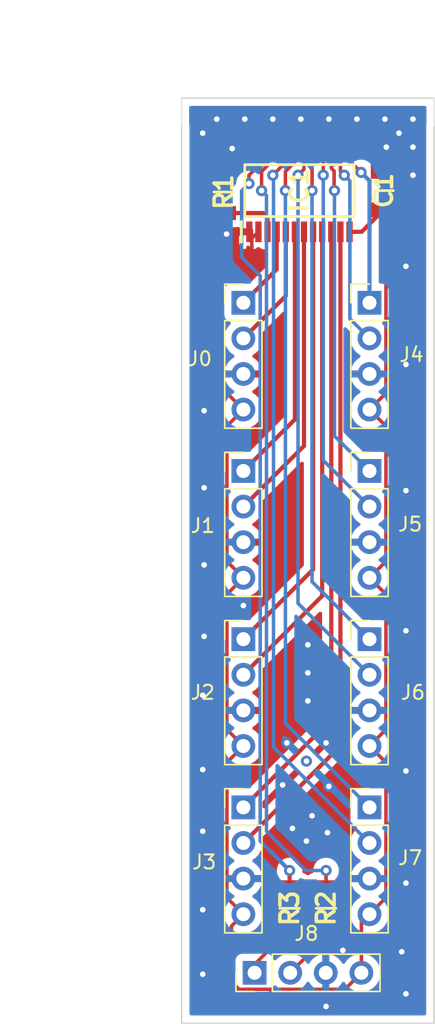
<source format=kicad_pcb>
(kicad_pcb (version 20171130) (host pcbnew "(5.1.9)-1")

  (general
    (thickness 1.6)
    (drawings 8)
    (tracks 187)
    (zones 0)
    (modules 14)
    (nets 24)
  )

  (page A4)
  (layers
    (0 F.Cu signal)
    (31 B.Cu signal)
    (32 B.Adhes user)
    (33 F.Adhes user)
    (34 B.Paste user)
    (35 F.Paste user)
    (36 B.SilkS user)
    (37 F.SilkS user)
    (38 B.Mask user)
    (39 F.Mask user)
    (40 Dwgs.User user)
    (41 Cmts.User user)
    (42 Eco1.User user)
    (43 Eco2.User user)
    (44 Edge.Cuts user)
    (45 Margin user)
    (46 B.CrtYd user)
    (47 F.CrtYd user)
    (48 B.Fab user)
    (49 F.Fab user hide)
  )

  (setup
    (last_trace_width 0.25)
    (user_trace_width 0.3)
    (user_trace_width 0.4)
    (user_trace_width 0.6)
    (user_trace_width 1)
    (trace_clearance 0.2)
    (zone_clearance 0.508)
    (zone_45_only no)
    (trace_min 0.2)
    (via_size 0.8)
    (via_drill 0.4)
    (via_min_size 0.4)
    (via_min_drill 0.3)
    (user_via 0.4 0.3)
    (uvia_size 0.3)
    (uvia_drill 0.1)
    (uvias_allowed no)
    (uvia_min_size 0.2)
    (uvia_min_drill 0.1)
    (edge_width 0.05)
    (segment_width 0.2)
    (pcb_text_width 0.3)
    (pcb_text_size 1.5 1.5)
    (mod_edge_width 0.12)
    (mod_text_size 1 1)
    (mod_text_width 0.15)
    (pad_size 4 1)
    (pad_drill 0)
    (pad_to_mask_clearance 0.05)
    (aux_axis_origin 0 0)
    (visible_elements 7FFFFFFF)
    (pcbplotparams
      (layerselection 0x3ffff_ffffffff)
      (usegerberextensions false)
      (usegerberattributes true)
      (usegerberadvancedattributes true)
      (creategerberjobfile true)
      (excludeedgelayer false)
      (linewidth 0.100000)
      (plotframeref false)
      (viasonmask false)
      (mode 1)
      (useauxorigin false)
      (hpglpennumber 1)
      (hpglpenspeed 20)
      (hpglpendiameter 15.000000)
      (psnegative false)
      (psa4output false)
      (plotreference false)
      (plotvalue false)
      (plotinvisibletext false)
      (padsonsilk true)
      (subtractmaskfromsilk false)
      (outputformat 1)
      (mirror false)
      (drillshape 0)
      (scaleselection 1)
      (outputdirectory "../../../../../../Desktop/Temp MiniSpec/"))
  )

  (net 0 "")
  (net 1 GND)
  (net 2 VCC)
  (net 3 SCL7)
  (net 4 SDA7)
  (net 5 SCL6)
  (net 6 SDA6)
  (net 7 SCL5)
  (net 8 SDA5)
  (net 9 SCL4)
  (net 10 SDA4)
  (net 11 SCL3)
  (net 12 SDA3)
  (net 13 SCL2)
  (net 14 SDA2)
  (net 15 SCL1)
  (net 16 SDA1)
  (net 17 SCL0)
  (net 18 SDA0)
  (net 19 SDAMC)
  (net 20 SCLMC)
  (net 21 "Net-(IC1-Pad3)")
  (net 22 "Net-(J8-Pad2)")
  (net 23 "Net-(J8-Pad1)")

  (net_class Default "This is the default net class."
    (clearance 0.2)
    (trace_width 0.25)
    (via_dia 0.8)
    (via_drill 0.4)
    (uvia_dia 0.3)
    (uvia_drill 0.1)
    (add_net GND)
    (add_net "Net-(IC1-Pad3)")
    (add_net "Net-(J8-Pad1)")
    (add_net "Net-(J8-Pad2)")
    (add_net SCL0)
    (add_net SCL1)
    (add_net SCL2)
    (add_net SCL3)
    (add_net SCL4)
    (add_net SCL5)
    (add_net SCL6)
    (add_net SCL7)
    (add_net SCLMC)
    (add_net SDA0)
    (add_net SDA1)
    (add_net SDA2)
    (add_net SDA3)
    (add_net SDA4)
    (add_net SDA5)
    (add_net SDA6)
    (add_net SDA7)
    (add_net SDAMC)
    (add_net VCC)
  )

  (module SamacSys_Parts:RESC3116X65N (layer F.Cu) (tedit 5F5EECEF) (tstamp 60EEC723)
    (at 163.7 130.8 90)
    (descr RC1206)
    (tags Resistor)
    (path /61037894)
    (attr smd)
    (fp_text reference R3 (at 0 0 90) (layer F.SilkS)
      (effects (font (size 1.27 1.27) (thickness 0.254)))
    )
    (fp_text value 10K (at 0 0 90) (layer F.SilkS) hide
      (effects (font (size 1.27 1.27) (thickness 0.254)))
    )
    (fp_line (start -2.25 -1.15) (end 2.25 -1.15) (layer Dwgs.User) (width 0.05))
    (fp_line (start 2.25 -1.15) (end 2.25 1.15) (layer Dwgs.User) (width 0.05))
    (fp_line (start 2.25 1.15) (end -2.25 1.15) (layer Dwgs.User) (width 0.05))
    (fp_line (start -2.25 1.15) (end -2.25 -1.15) (layer Dwgs.User) (width 0.05))
    (fp_line (start -1.55 -0.8) (end 1.55 -0.8) (layer Dwgs.User) (width 0.1))
    (fp_line (start 1.55 -0.8) (end 1.55 0.8) (layer Dwgs.User) (width 0.1))
    (fp_line (start 1.55 0.8) (end -1.55 0.8) (layer Dwgs.User) (width 0.1))
    (fp_line (start -1.55 0.8) (end -1.55 -0.8) (layer Dwgs.User) (width 0.1))
    (fp_line (start 0 -0.7) (end 0 0.7) (layer F.SilkS) (width 0.2))
    (pad 2 smd rect (at 1.5 0 90) (size 1 1.75) (layers F.Cu F.Paste F.Mask)
      (net 19 SDAMC))
    (pad 1 smd rect (at -1.5 0 90) (size 1 1.75) (layers F.Cu F.Paste F.Mask)
      (net 23 "Net-(J8-Pad1)"))
  )

  (module SamacSys_Parts:RESC3116X65N (layer F.Cu) (tedit 5F5EECEF) (tstamp 60EEC714)
    (at 166.3 130.8 90)
    (descr RC1206)
    (tags Resistor)
    (path /6103523C)
    (attr smd)
    (fp_text reference R2 (at 0 0 90) (layer F.SilkS)
      (effects (font (size 1.27 1.27) (thickness 0.254)))
    )
    (fp_text value 10K (at 0 0 90) (layer F.SilkS) hide
      (effects (font (size 1.27 1.27) (thickness 0.254)))
    )
    (fp_line (start -2.25 -1.15) (end 2.25 -1.15) (layer Dwgs.User) (width 0.05))
    (fp_line (start 2.25 -1.15) (end 2.25 1.15) (layer Dwgs.User) (width 0.05))
    (fp_line (start 2.25 1.15) (end -2.25 1.15) (layer Dwgs.User) (width 0.05))
    (fp_line (start -2.25 1.15) (end -2.25 -1.15) (layer Dwgs.User) (width 0.05))
    (fp_line (start -1.55 -0.8) (end 1.55 -0.8) (layer Dwgs.User) (width 0.1))
    (fp_line (start 1.55 -0.8) (end 1.55 0.8) (layer Dwgs.User) (width 0.1))
    (fp_line (start 1.55 0.8) (end -1.55 0.8) (layer Dwgs.User) (width 0.1))
    (fp_line (start -1.55 0.8) (end -1.55 -0.8) (layer Dwgs.User) (width 0.1))
    (fp_line (start 0 -0.7) (end 0 0.7) (layer F.SilkS) (width 0.2))
    (pad 2 smd rect (at 1.5 0 90) (size 1 1.75) (layers F.Cu F.Paste F.Mask)
      (net 20 SCLMC))
    (pad 1 smd rect (at -1.5 0 90) (size 1 1.75) (layers F.Cu F.Paste F.Mask)
      (net 22 "Net-(J8-Pad2)"))
  )

  (module SamacSys_Parts:RESC3116X65N (layer F.Cu) (tedit 5F5EECEF) (tstamp 5F617194)
    (at 159 79.7 270)
    (descr RC1206)
    (tags Resistor)
    (path /5F5F19D1)
    (attr smd)
    (fp_text reference R1 (at 0 0 90) (layer F.SilkS)
      (effects (font (size 1.27 1.27) (thickness 0.254)))
    )
    (fp_text value 10K (at 0 0 90) (layer F.SilkS) hide
      (effects (font (size 1.27 1.27) (thickness 0.254)))
    )
    (fp_line (start -2.25 -1.15) (end 2.25 -1.15) (layer Dwgs.User) (width 0.05))
    (fp_line (start 2.25 -1.15) (end 2.25 1.15) (layer Dwgs.User) (width 0.05))
    (fp_line (start 2.25 1.15) (end -2.25 1.15) (layer Dwgs.User) (width 0.05))
    (fp_line (start -2.25 1.15) (end -2.25 -1.15) (layer Dwgs.User) (width 0.05))
    (fp_line (start -1.55 -0.8) (end 1.55 -0.8) (layer Dwgs.User) (width 0.1))
    (fp_line (start 1.55 -0.8) (end 1.55 0.8) (layer Dwgs.User) (width 0.1))
    (fp_line (start 1.55 0.8) (end -1.55 0.8) (layer Dwgs.User) (width 0.1))
    (fp_line (start -1.55 0.8) (end -1.55 -0.8) (layer Dwgs.User) (width 0.1))
    (fp_line (start 0 -0.7) (end 0 0.7) (layer F.SilkS) (width 0.2))
    (pad 2 smd rect (at 1.5 0 270) (size 1 1.75) (layers F.Cu F.Paste F.Mask)
      (net 21 "Net-(IC1-Pad3)"))
    (pad 1 smd rect (at -1.5 0 270) (size 1 1.75) (layers F.Cu F.Paste F.Mask)
      (net 2 VCC))
  )

  (module SamacSys_Parts:SOP65P640X120-24N (layer F.Cu) (tedit 5F587D69) (tstamp 60EE93B5)
    (at 164.4 79.6 90)
    (descr TCA9548APWR-1)
    (tags "Integrated Circuit")
    (path /5F58A0E1)
    (attr smd)
    (fp_text reference IC1 (at 0 0 90) (layer F.SilkS)
      (effects (font (size 1.27 1.27) (thickness 0.254)))
    )
    (fp_text value TCA9548APWR (at 0 0 90) (layer F.SilkS) hide
      (effects (font (size 1.27 1.27) (thickness 0.254)))
    )
    (fp_line (start -3.925 -4.2) (end 3.925 -4.2) (layer Dwgs.User) (width 0.05))
    (fp_line (start 3.925 -4.2) (end 3.925 4.2) (layer Dwgs.User) (width 0.05))
    (fp_line (start 3.925 4.2) (end -3.925 4.2) (layer Dwgs.User) (width 0.05))
    (fp_line (start -3.925 4.2) (end -3.925 -4.2) (layer Dwgs.User) (width 0.05))
    (fp_line (start -2.2 -3.9) (end 2.2 -3.9) (layer Dwgs.User) (width 0.1))
    (fp_line (start 2.2 -3.9) (end 2.2 3.9) (layer Dwgs.User) (width 0.1))
    (fp_line (start 2.2 3.9) (end -2.2 3.9) (layer Dwgs.User) (width 0.1))
    (fp_line (start -2.2 3.9) (end -2.2 -3.9) (layer Dwgs.User) (width 0.1))
    (fp_line (start -2.2 -3.25) (end -1.55 -3.9) (layer Dwgs.User) (width 0.1))
    (fp_line (start -1.85 -3.9) (end 1.85 -3.9) (layer F.SilkS) (width 0.2))
    (fp_line (start 1.85 -3.9) (end 1.85 3.9) (layer F.SilkS) (width 0.2))
    (fp_line (start 1.85 3.9) (end -1.85 3.9) (layer F.SilkS) (width 0.2))
    (fp_line (start -1.85 3.9) (end -1.85 -3.9) (layer F.SilkS) (width 0.2))
    (fp_line (start -3.675 -4.15) (end -2.2 -4.15) (layer F.SilkS) (width 0.2))
    (pad 24 smd rect (at 2.938 -3.575 180) (size 0.45 1.475) (layers F.Cu F.Paste F.Mask)
      (net 1 GND))
    (pad 23 smd rect (at 2.938 -2.925 180) (size 0.45 1.475) (layers F.Cu F.Paste F.Mask)
      (net 19 SDAMC))
    (pad 22 smd rect (at 2.938 -2.275 180) (size 0.45 1.475) (layers F.Cu F.Paste F.Mask)
      (net 20 SCLMC))
    (pad 21 smd rect (at 2.938 -1.625 180) (size 0.45 1.475) (layers F.Cu F.Paste F.Mask)
      (net 1 GND))
    (pad 20 smd rect (at 2.938 -0.975 180) (size 0.45 1.475) (layers F.Cu F.Paste F.Mask)
      (net 3 SCL7))
    (pad 19 smd rect (at 2.938 -0.325 180) (size 0.45 1.475) (layers F.Cu F.Paste F.Mask)
      (net 4 SDA7))
    (pad 18 smd rect (at 2.938 0.325 180) (size 0.45 1.475) (layers F.Cu F.Paste F.Mask)
      (net 5 SCL6))
    (pad 17 smd rect (at 2.938 0.975 180) (size 0.45 1.475) (layers F.Cu F.Paste F.Mask)
      (net 6 SDA6))
    (pad 16 smd rect (at 2.938 1.625 180) (size 0.45 1.475) (layers F.Cu F.Paste F.Mask)
      (net 7 SCL5))
    (pad 15 smd rect (at 2.938 2.275 180) (size 0.45 1.475) (layers F.Cu F.Paste F.Mask)
      (net 8 SDA5))
    (pad 14 smd rect (at 2.938 2.925 180) (size 0.45 1.475) (layers F.Cu F.Paste F.Mask)
      (net 9 SCL4))
    (pad 13 smd rect (at 2.938 3.575 180) (size 0.45 1.475) (layers F.Cu F.Paste F.Mask)
      (net 10 SDA4))
    (pad 12 smd rect (at -2.938 3.575 180) (size 0.45 1.475) (layers F.Cu F.Paste F.Mask)
      (net 2 VCC))
    (pad 11 smd rect (at -2.938 2.925 180) (size 0.45 1.475) (layers F.Cu F.Paste F.Mask)
      (net 11 SCL3))
    (pad 10 smd rect (at -2.938 2.275 180) (size 0.45 1.475) (layers F.Cu F.Paste F.Mask)
      (net 12 SDA3))
    (pad 9 smd rect (at -2.938 1.625 180) (size 0.45 1.475) (layers F.Cu F.Paste F.Mask)
      (net 13 SCL2))
    (pad 8 smd rect (at -2.938 0.975 180) (size 0.45 1.475) (layers F.Cu F.Paste F.Mask)
      (net 14 SDA2))
    (pad 7 smd rect (at -2.938 0.325 180) (size 0.45 1.475) (layers F.Cu F.Paste F.Mask)
      (net 15 SCL1))
    (pad 6 smd rect (at -2.938 -0.325 180) (size 0.45 1.475) (layers F.Cu F.Paste F.Mask)
      (net 16 SDA1))
    (pad 5 smd rect (at -2.938 -0.975 180) (size 0.45 1.475) (layers F.Cu F.Paste F.Mask)
      (net 17 SCL0))
    (pad 4 smd rect (at -2.938 -1.625 180) (size 0.45 1.475) (layers F.Cu F.Paste F.Mask)
      (net 18 SDA0))
    (pad 3 smd rect (at -2.938 -2.275 180) (size 0.45 1.475) (layers F.Cu F.Paste F.Mask)
      (net 21 "Net-(IC1-Pad3)"))
    (pad 2 smd rect (at -2.938 -2.925 180) (size 0.45 1.475) (layers F.Cu F.Paste F.Mask)
      (net 1 GND))
    (pad 1 smd rect (at -2.938 -3.575 180) (size 0.45 1.475) (layers F.Cu F.Paste F.Mask)
      (net 1 GND))
  )

  (module SamacSys_Parts:CAPC3216X180N (layer F.Cu) (tedit 5F5EECBB) (tstamp 5F6171BE)
    (at 170.4 79.6 90)
    (descr "GRM31_0.20 L=3.2mm W=1.6mm T=1.6mm")
    (tags Capacitor)
    (path /5F5F9EA5)
    (attr smd)
    (fp_text reference C1 (at 0 0 90) (layer F.SilkS)
      (effects (font (size 1.27 1.27) (thickness 0.254)))
    )
    (fp_text value qw (at 0 0 90) (layer F.SilkS) hide
      (effects (font (size 1.27 1.27) (thickness 0.254)))
    )
    (fp_line (start -2.065 -1.06) (end 2.065 -1.06) (layer Dwgs.User) (width 0.05))
    (fp_line (start 2.065 -1.06) (end 2.065 1.06) (layer Dwgs.User) (width 0.05))
    (fp_line (start 2.065 1.06) (end -2.065 1.06) (layer Dwgs.User) (width 0.05))
    (fp_line (start -2.065 1.06) (end -2.065 -1.06) (layer Dwgs.User) (width 0.05))
    (fp_line (start -1.6 -0.8) (end 1.6 -0.8) (layer Dwgs.User) (width 0.1))
    (fp_line (start 1.6 -0.8) (end 1.6 0.8) (layer Dwgs.User) (width 0.1))
    (fp_line (start 1.6 0.8) (end -1.6 0.8) (layer Dwgs.User) (width 0.1))
    (fp_line (start -1.6 0.8) (end -1.6 -0.8) (layer Dwgs.User) (width 0.1))
    (fp_line (start 0 -0.7) (end 0 0.7) (layer F.SilkS) (width 0.2))
    (pad 2 smd rect (at 1.38 0 90) (size 1.07 1.82) (layers F.Cu F.Paste F.Mask)
      (net 1 GND))
    (pad 1 smd rect (at -1.38 0 90) (size 1.07 1.82) (layers F.Cu F.Paste F.Mask)
      (net 2 VCC))
  )

  (module Connector_PinHeader_2.54mm:PinHeader_1x04_P2.54mm_Vertical (layer F.Cu) (tedit 59FED5CC) (tstamp 60EEB349)
    (at 161.2 135.4 90)
    (descr "Through hole straight pin header, 1x04, 2.54mm pitch, single row")
    (tags "Through hole pin header THT 1x04 2.54mm single row")
    (path /60F725E8)
    (fp_text reference J8 (at 2.8 3.7 180) (layer F.SilkS)
      (effects (font (size 1 1) (thickness 0.15)))
    )
    (fp_text value Conn_01x04_Female (at 51 23.1 180) (layer F.Fab)
      (effects (font (size 1 1) (thickness 0.15)))
    )
    (fp_line (start 1.8 -1.8) (end -1.8 -1.8) (layer F.CrtYd) (width 0.05))
    (fp_line (start 1.8 9.4) (end 1.8 -1.8) (layer F.CrtYd) (width 0.05))
    (fp_line (start -1.8 9.4) (end 1.8 9.4) (layer F.CrtYd) (width 0.05))
    (fp_line (start -1.8 -1.8) (end -1.8 9.4) (layer F.CrtYd) (width 0.05))
    (fp_line (start -1.33 -1.33) (end 0 -1.33) (layer F.SilkS) (width 0.12))
    (fp_line (start -1.33 0) (end -1.33 -1.33) (layer F.SilkS) (width 0.12))
    (fp_line (start -1.33 1.27) (end 1.33 1.27) (layer F.SilkS) (width 0.12))
    (fp_line (start 1.33 1.27) (end 1.33 8.95) (layer F.SilkS) (width 0.12))
    (fp_line (start -1.33 1.27) (end -1.33 8.95) (layer F.SilkS) (width 0.12))
    (fp_line (start -1.33 8.95) (end 1.33 8.95) (layer F.SilkS) (width 0.12))
    (fp_line (start -1.27 -0.635) (end -0.635 -1.27) (layer F.Fab) (width 0.1))
    (fp_line (start -1.27 8.89) (end -1.27 -0.635) (layer F.Fab) (width 0.1))
    (fp_line (start 1.27 8.89) (end -1.27 8.89) (layer F.Fab) (width 0.1))
    (fp_line (start 1.27 -1.27) (end 1.27 8.89) (layer F.Fab) (width 0.1))
    (fp_line (start -0.635 -1.27) (end 1.27 -1.27) (layer F.Fab) (width 0.1))
    (fp_text user %R (at 0 3.81) (layer F.Fab)
      (effects (font (size 1 1) (thickness 0.15)))
    )
    (pad 4 thru_hole oval (at 0 7.62 90) (size 1.7 1.7) (drill 1) (layers *.Cu *.Mask)
      (net 2 VCC))
    (pad 3 thru_hole oval (at 0 5.08 90) (size 1.7 1.7) (drill 1) (layers *.Cu *.Mask)
      (net 1 GND))
    (pad 2 thru_hole oval (at 0 2.54 90) (size 1.7 1.7) (drill 1) (layers *.Cu *.Mask)
      (net 22 "Net-(J8-Pad2)"))
    (pad 1 thru_hole rect (at 0 0 90) (size 1.7 1.7) (drill 1) (layers *.Cu *.Mask)
      (net 23 "Net-(J8-Pad1)"))
    (model ${KISYS3DMOD}/Connector_PinHeader_2.54mm.3dshapes/PinHeader_1x04_P2.54mm_Vertical.wrl
      (at (xyz 0 0 0))
      (scale (xyz 1 1 1))
      (rotate (xyz 0 0 0))
    )
  )

  (module Connector_PinHeader_2.54mm:PinHeader_1x04_P2.54mm_Vertical (layer F.Cu) (tedit 59FED5CC) (tstamp 60EE880F)
    (at 169.4 123.6)
    (descr "Through hole straight pin header, 1x04, 2.54mm pitch, single row")
    (tags "Through hole pin header THT 1x04 2.54mm single row")
    (path /60EEAA4E)
    (fp_text reference J7 (at 2.9 3.6) (layer F.SilkS)
      (effects (font (size 1 1) (thickness 0.15)))
    )
    (fp_text value Conn_01x04_Female (at 14.2 -39.1) (layer F.Fab)
      (effects (font (size 1 1) (thickness 0.15)))
    )
    (fp_line (start 1.8 -1.8) (end -1.8 -1.8) (layer F.CrtYd) (width 0.05))
    (fp_line (start 1.8 9.4) (end 1.8 -1.8) (layer F.CrtYd) (width 0.05))
    (fp_line (start -1.8 9.4) (end 1.8 9.4) (layer F.CrtYd) (width 0.05))
    (fp_line (start -1.8 -1.8) (end -1.8 9.4) (layer F.CrtYd) (width 0.05))
    (fp_line (start -1.33 -1.33) (end 0 -1.33) (layer F.SilkS) (width 0.12))
    (fp_line (start -1.33 0) (end -1.33 -1.33) (layer F.SilkS) (width 0.12))
    (fp_line (start -1.33 1.27) (end 1.33 1.27) (layer F.SilkS) (width 0.12))
    (fp_line (start 1.33 1.27) (end 1.33 8.95) (layer F.SilkS) (width 0.12))
    (fp_line (start -1.33 1.27) (end -1.33 8.95) (layer F.SilkS) (width 0.12))
    (fp_line (start -1.33 8.95) (end 1.33 8.95) (layer F.SilkS) (width 0.12))
    (fp_line (start -1.27 -0.635) (end -0.635 -1.27) (layer F.Fab) (width 0.1))
    (fp_line (start -1.27 8.89) (end -1.27 -0.635) (layer F.Fab) (width 0.1))
    (fp_line (start 1.27 8.89) (end -1.27 8.89) (layer F.Fab) (width 0.1))
    (fp_line (start 1.27 -1.27) (end 1.27 8.89) (layer F.Fab) (width 0.1))
    (fp_line (start -0.635 -1.27) (end 1.27 -1.27) (layer F.Fab) (width 0.1))
    (fp_text user %R (at 0 3.81 90) (layer F.Fab)
      (effects (font (size 1 1) (thickness 0.15)))
    )
    (pad 4 thru_hole oval (at 0 7.62) (size 1.7 1.7) (drill 1) (layers *.Cu *.Mask)
      (net 2 VCC))
    (pad 3 thru_hole oval (at 0 5.08) (size 1.7 1.7) (drill 1) (layers *.Cu *.Mask)
      (net 1 GND))
    (pad 2 thru_hole oval (at 0 2.54) (size 1.7 1.7) (drill 1) (layers *.Cu *.Mask)
      (net 3 SCL7))
    (pad 1 thru_hole rect (at 0 0) (size 1.7 1.7) (drill 1) (layers *.Cu *.Mask)
      (net 4 SDA7))
    (model ${KISYS3DMOD}/Connector_PinHeader_2.54mm.3dshapes/PinHeader_1x04_P2.54mm_Vertical.wrl
      (at (xyz 0 0 0))
      (scale (xyz 1 1 1))
      (rotate (xyz 0 0 0))
    )
  )

  (module Connector_PinHeader_2.54mm:PinHeader_1x04_P2.54mm_Vertical (layer F.Cu) (tedit 59FED5CC) (tstamp 60EE87F7)
    (at 169.4 111.6)
    (descr "Through hole straight pin header, 1x04, 2.54mm pitch, single row")
    (tags "Through hole pin header THT 1x04 2.54mm single row")
    (path /60EE864B)
    (fp_text reference J6 (at 3.1 3.8) (layer F.SilkS)
      (effects (font (size 1 1) (thickness 0.15)))
    )
    (fp_text value Conn_01x04_Female (at 14.1 -27.1) (layer F.Fab)
      (effects (font (size 1 1) (thickness 0.15)))
    )
    (fp_line (start 1.8 -1.8) (end -1.8 -1.8) (layer F.CrtYd) (width 0.05))
    (fp_line (start 1.8 9.4) (end 1.8 -1.8) (layer F.CrtYd) (width 0.05))
    (fp_line (start -1.8 9.4) (end 1.8 9.4) (layer F.CrtYd) (width 0.05))
    (fp_line (start -1.8 -1.8) (end -1.8 9.4) (layer F.CrtYd) (width 0.05))
    (fp_line (start -1.33 -1.33) (end 0 -1.33) (layer F.SilkS) (width 0.12))
    (fp_line (start -1.33 0) (end -1.33 -1.33) (layer F.SilkS) (width 0.12))
    (fp_line (start -1.33 1.27) (end 1.33 1.27) (layer F.SilkS) (width 0.12))
    (fp_line (start 1.33 1.27) (end 1.33 8.95) (layer F.SilkS) (width 0.12))
    (fp_line (start -1.33 1.27) (end -1.33 8.95) (layer F.SilkS) (width 0.12))
    (fp_line (start -1.33 8.95) (end 1.33 8.95) (layer F.SilkS) (width 0.12))
    (fp_line (start -1.27 -0.635) (end -0.635 -1.27) (layer F.Fab) (width 0.1))
    (fp_line (start -1.27 8.89) (end -1.27 -0.635) (layer F.Fab) (width 0.1))
    (fp_line (start 1.27 8.89) (end -1.27 8.89) (layer F.Fab) (width 0.1))
    (fp_line (start 1.27 -1.27) (end 1.27 8.89) (layer F.Fab) (width 0.1))
    (fp_line (start -0.635 -1.27) (end 1.27 -1.27) (layer F.Fab) (width 0.1))
    (fp_text user %R (at 0 3.81 90) (layer F.Fab)
      (effects (font (size 1 1) (thickness 0.15)))
    )
    (pad 4 thru_hole oval (at 0 7.62) (size 1.7 1.7) (drill 1) (layers *.Cu *.Mask)
      (net 2 VCC))
    (pad 3 thru_hole oval (at 0 5.08) (size 1.7 1.7) (drill 1) (layers *.Cu *.Mask)
      (net 1 GND))
    (pad 2 thru_hole oval (at 0 2.54) (size 1.7 1.7) (drill 1) (layers *.Cu *.Mask)
      (net 5 SCL6))
    (pad 1 thru_hole rect (at 0 0) (size 1.7 1.7) (drill 1) (layers *.Cu *.Mask)
      (net 6 SDA6))
    (model ${KISYS3DMOD}/Connector_PinHeader_2.54mm.3dshapes/PinHeader_1x04_P2.54mm_Vertical.wrl
      (at (xyz 0 0 0))
      (scale (xyz 1 1 1))
      (rotate (xyz 0 0 0))
    )
  )

  (module Connector_PinHeader_2.54mm:PinHeader_1x04_P2.54mm_Vertical (layer F.Cu) (tedit 59FED5CC) (tstamp 60EE87DF)
    (at 169.4 99.6)
    (descr "Through hole straight pin header, 1x04, 2.54mm pitch, single row")
    (tags "Through hole pin header THT 1x04 2.54mm single row")
    (path /60EE5E0D)
    (fp_text reference J5 (at 2.9 3.8) (layer F.SilkS)
      (effects (font (size 1 1) (thickness 0.15)))
    )
    (fp_text value Conn_01x04_Female (at 14.1 -15.1) (layer F.Fab)
      (effects (font (size 1 1) (thickness 0.15)))
    )
    (fp_line (start 1.8 -1.8) (end -1.8 -1.8) (layer F.CrtYd) (width 0.05))
    (fp_line (start 1.8 9.4) (end 1.8 -1.8) (layer F.CrtYd) (width 0.05))
    (fp_line (start -1.8 9.4) (end 1.8 9.4) (layer F.CrtYd) (width 0.05))
    (fp_line (start -1.8 -1.8) (end -1.8 9.4) (layer F.CrtYd) (width 0.05))
    (fp_line (start -1.33 -1.33) (end 0 -1.33) (layer F.SilkS) (width 0.12))
    (fp_line (start -1.33 0) (end -1.33 -1.33) (layer F.SilkS) (width 0.12))
    (fp_line (start -1.33 1.27) (end 1.33 1.27) (layer F.SilkS) (width 0.12))
    (fp_line (start 1.33 1.27) (end 1.33 8.95) (layer F.SilkS) (width 0.12))
    (fp_line (start -1.33 1.27) (end -1.33 8.95) (layer F.SilkS) (width 0.12))
    (fp_line (start -1.33 8.95) (end 1.33 8.95) (layer F.SilkS) (width 0.12))
    (fp_line (start -1.27 -0.635) (end -0.635 -1.27) (layer F.Fab) (width 0.1))
    (fp_line (start -1.27 8.89) (end -1.27 -0.635) (layer F.Fab) (width 0.1))
    (fp_line (start 1.27 8.89) (end -1.27 8.89) (layer F.Fab) (width 0.1))
    (fp_line (start 1.27 -1.27) (end 1.27 8.89) (layer F.Fab) (width 0.1))
    (fp_line (start -0.635 -1.27) (end 1.27 -1.27) (layer F.Fab) (width 0.1))
    (fp_text user %R (at 0 3.81 90) (layer F.Fab)
      (effects (font (size 1 1) (thickness 0.15)))
    )
    (pad 4 thru_hole oval (at 0 7.62) (size 1.7 1.7) (drill 1) (layers *.Cu *.Mask)
      (net 2 VCC))
    (pad 3 thru_hole oval (at 0 5.08) (size 1.7 1.7) (drill 1) (layers *.Cu *.Mask)
      (net 1 GND))
    (pad 2 thru_hole oval (at 0 2.54) (size 1.7 1.7) (drill 1) (layers *.Cu *.Mask)
      (net 7 SCL5))
    (pad 1 thru_hole rect (at 0 0) (size 1.7 1.7) (drill 1) (layers *.Cu *.Mask)
      (net 8 SDA5))
    (model ${KISYS3DMOD}/Connector_PinHeader_2.54mm.3dshapes/PinHeader_1x04_P2.54mm_Vertical.wrl
      (at (xyz 0 0 0))
      (scale (xyz 1 1 1))
      (rotate (xyz 0 0 0))
    )
  )

  (module Connector_PinHeader_2.54mm:PinHeader_1x04_P2.54mm_Vertical (layer F.Cu) (tedit 59FED5CC) (tstamp 60EE87C7)
    (at 169.4 87.6)
    (descr "Through hole straight pin header, 1x04, 2.54mm pitch, single row")
    (tags "Through hole pin header THT 1x04 2.54mm single row")
    (path /60EE4C94)
    (fp_text reference J4 (at 3 3.7) (layer F.SilkS)
      (effects (font (size 1 1) (thickness 0.15)))
    )
    (fp_text value Conn_01x04_Female (at 14.2 -3.1) (layer F.Fab)
      (effects (font (size 1 1) (thickness 0.15)))
    )
    (fp_line (start 1.8 -1.8) (end -1.8 -1.8) (layer F.CrtYd) (width 0.05))
    (fp_line (start 1.8 9.4) (end 1.8 -1.8) (layer F.CrtYd) (width 0.05))
    (fp_line (start -1.8 9.4) (end 1.8 9.4) (layer F.CrtYd) (width 0.05))
    (fp_line (start -1.8 -1.8) (end -1.8 9.4) (layer F.CrtYd) (width 0.05))
    (fp_line (start -1.33 -1.33) (end 0 -1.33) (layer F.SilkS) (width 0.12))
    (fp_line (start -1.33 0) (end -1.33 -1.33) (layer F.SilkS) (width 0.12))
    (fp_line (start -1.33 1.27) (end 1.33 1.27) (layer F.SilkS) (width 0.12))
    (fp_line (start 1.33 1.27) (end 1.33 8.95) (layer F.SilkS) (width 0.12))
    (fp_line (start -1.33 1.27) (end -1.33 8.95) (layer F.SilkS) (width 0.12))
    (fp_line (start -1.33 8.95) (end 1.33 8.95) (layer F.SilkS) (width 0.12))
    (fp_line (start -1.27 -0.635) (end -0.635 -1.27) (layer F.Fab) (width 0.1))
    (fp_line (start -1.27 8.89) (end -1.27 -0.635) (layer F.Fab) (width 0.1))
    (fp_line (start 1.27 8.89) (end -1.27 8.89) (layer F.Fab) (width 0.1))
    (fp_line (start 1.27 -1.27) (end 1.27 8.89) (layer F.Fab) (width 0.1))
    (fp_line (start -0.635 -1.27) (end 1.27 -1.27) (layer F.Fab) (width 0.1))
    (fp_text user %R (at 0 3.81 90) (layer F.Fab)
      (effects (font (size 1 1) (thickness 0.15)))
    )
    (pad 4 thru_hole oval (at 0 7.62) (size 1.7 1.7) (drill 1) (layers *.Cu *.Mask)
      (net 2 VCC))
    (pad 3 thru_hole oval (at 0 5.08) (size 1.7 1.7) (drill 1) (layers *.Cu *.Mask)
      (net 1 GND))
    (pad 2 thru_hole oval (at 0 2.54) (size 1.7 1.7) (drill 1) (layers *.Cu *.Mask)
      (net 9 SCL4))
    (pad 1 thru_hole rect (at 0 0) (size 1.7 1.7) (drill 1) (layers *.Cu *.Mask)
      (net 10 SDA4))
    (model ${KISYS3DMOD}/Connector_PinHeader_2.54mm.3dshapes/PinHeader_1x04_P2.54mm_Vertical.wrl
      (at (xyz 0 0 0))
      (scale (xyz 1 1 1))
      (rotate (xyz 0 0 0))
    )
  )

  (module Connector_PinHeader_2.54mm:PinHeader_1x04_P2.54mm_Vertical (layer F.Cu) (tedit 59FED5CC) (tstamp 60EE87AF)
    (at 160.4 123.6)
    (descr "Through hole straight pin header, 1x04, 2.54mm pitch, single row")
    (tags "Through hole pin header THT 1x04 2.54mm single row")
    (path /60EF096D)
    (fp_text reference J3 (at -2.8 3.9) (layer F.SilkS)
      (effects (font (size 1 1) (thickness 0.15)))
    )
    (fp_text value Conn_01x04_Female (at 23.2 -39) (layer F.Fab)
      (effects (font (size 1 1) (thickness 0.15)))
    )
    (fp_line (start 1.8 -1.8) (end -1.8 -1.8) (layer F.CrtYd) (width 0.05))
    (fp_line (start 1.8 9.4) (end 1.8 -1.8) (layer F.CrtYd) (width 0.05))
    (fp_line (start -1.8 9.4) (end 1.8 9.4) (layer F.CrtYd) (width 0.05))
    (fp_line (start -1.8 -1.8) (end -1.8 9.4) (layer F.CrtYd) (width 0.05))
    (fp_line (start -1.33 -1.33) (end 0 -1.33) (layer F.SilkS) (width 0.12))
    (fp_line (start -1.33 0) (end -1.33 -1.33) (layer F.SilkS) (width 0.12))
    (fp_line (start -1.33 1.27) (end 1.33 1.27) (layer F.SilkS) (width 0.12))
    (fp_line (start 1.33 1.27) (end 1.33 8.95) (layer F.SilkS) (width 0.12))
    (fp_line (start -1.33 1.27) (end -1.33 8.95) (layer F.SilkS) (width 0.12))
    (fp_line (start -1.33 8.95) (end 1.33 8.95) (layer F.SilkS) (width 0.12))
    (fp_line (start -1.27 -0.635) (end -0.635 -1.27) (layer F.Fab) (width 0.1))
    (fp_line (start -1.27 8.89) (end -1.27 -0.635) (layer F.Fab) (width 0.1))
    (fp_line (start 1.27 8.89) (end -1.27 8.89) (layer F.Fab) (width 0.1))
    (fp_line (start 1.27 -1.27) (end 1.27 8.89) (layer F.Fab) (width 0.1))
    (fp_line (start -0.635 -1.27) (end 1.27 -1.27) (layer F.Fab) (width 0.1))
    (fp_text user %R (at 0 3.81 90) (layer F.Fab)
      (effects (font (size 1 1) (thickness 0.15)))
    )
    (pad 4 thru_hole oval (at 0 7.62) (size 1.7 1.7) (drill 1) (layers *.Cu *.Mask)
      (net 2 VCC))
    (pad 3 thru_hole oval (at 0 5.08) (size 1.7 1.7) (drill 1) (layers *.Cu *.Mask)
      (net 1 GND))
    (pad 2 thru_hole oval (at 0 2.54) (size 1.7 1.7) (drill 1) (layers *.Cu *.Mask)
      (net 11 SCL3))
    (pad 1 thru_hole rect (at 0 0) (size 1.7 1.7) (drill 1) (layers *.Cu *.Mask)
      (net 12 SDA3))
    (model ${KISYS3DMOD}/Connector_PinHeader_2.54mm.3dshapes/PinHeader_1x04_P2.54mm_Vertical.wrl
      (at (xyz 0 0 0))
      (scale (xyz 1 1 1))
      (rotate (xyz 0 0 0))
    )
  )

  (module Connector_PinHeader_2.54mm:PinHeader_1x04_P2.54mm_Vertical (layer F.Cu) (tedit 59FED5CC) (tstamp 60EE8DA2)
    (at 160.4 111.6)
    (descr "Through hole straight pin header, 1x04, 2.54mm pitch, single row")
    (tags "Through hole pin header THT 1x04 2.54mm single row")
    (path /60EF0967)
    (fp_text reference J2 (at -2.9 3.8) (layer F.SilkS)
      (effects (font (size 1 1) (thickness 0.15)))
    )
    (fp_text value Conn_01x04_Female (at 23.1 -27) (layer F.Fab)
      (effects (font (size 1 1) (thickness 0.15)))
    )
    (fp_line (start 1.8 -1.8) (end -1.8 -1.8) (layer F.CrtYd) (width 0.05))
    (fp_line (start 1.8 9.4) (end 1.8 -1.8) (layer F.CrtYd) (width 0.05))
    (fp_line (start -1.8 9.4) (end 1.8 9.4) (layer F.CrtYd) (width 0.05))
    (fp_line (start -1.8 -1.8) (end -1.8 9.4) (layer F.CrtYd) (width 0.05))
    (fp_line (start -1.33 -1.33) (end 0 -1.33) (layer F.SilkS) (width 0.12))
    (fp_line (start -1.33 0) (end -1.33 -1.33) (layer F.SilkS) (width 0.12))
    (fp_line (start -1.33 1.27) (end 1.33 1.27) (layer F.SilkS) (width 0.12))
    (fp_line (start 1.33 1.27) (end 1.33 8.95) (layer F.SilkS) (width 0.12))
    (fp_line (start -1.33 1.27) (end -1.33 8.95) (layer F.SilkS) (width 0.12))
    (fp_line (start -1.33 8.95) (end 1.33 8.95) (layer F.SilkS) (width 0.12))
    (fp_line (start -1.27 -0.635) (end -0.635 -1.27) (layer F.Fab) (width 0.1))
    (fp_line (start -1.27 8.89) (end -1.27 -0.635) (layer F.Fab) (width 0.1))
    (fp_line (start 1.27 8.89) (end -1.27 8.89) (layer F.Fab) (width 0.1))
    (fp_line (start 1.27 -1.27) (end 1.27 8.89) (layer F.Fab) (width 0.1))
    (fp_line (start -0.635 -1.27) (end 1.27 -1.27) (layer F.Fab) (width 0.1))
    (fp_text user %R (at 0 3.81 90) (layer F.Fab)
      (effects (font (size 1 1) (thickness 0.15)))
    )
    (pad 4 thru_hole oval (at 0 7.62) (size 1.7 1.7) (drill 1) (layers *.Cu *.Mask)
      (net 2 VCC))
    (pad 3 thru_hole oval (at 0 5.08) (size 1.7 1.7) (drill 1) (layers *.Cu *.Mask)
      (net 1 GND))
    (pad 2 thru_hole oval (at 0 2.54) (size 1.7 1.7) (drill 1) (layers *.Cu *.Mask)
      (net 13 SCL2))
    (pad 1 thru_hole rect (at 0 0) (size 1.7 1.7) (drill 1) (layers *.Cu *.Mask)
      (net 14 SDA2))
    (model ${KISYS3DMOD}/Connector_PinHeader_2.54mm.3dshapes/PinHeader_1x04_P2.54mm_Vertical.wrl
      (at (xyz 0 0 0))
      (scale (xyz 1 1 1))
      (rotate (xyz 0 0 0))
    )
  )

  (module Connector_PinHeader_2.54mm:PinHeader_1x04_P2.54mm_Vertical (layer F.Cu) (tedit 59FED5CC) (tstamp 60EE877F)
    (at 160.4 99.6)
    (descr "Through hole straight pin header, 1x04, 2.54mm pitch, single row")
    (tags "Through hole pin header THT 1x04 2.54mm single row")
    (path /60EF0961)
    (fp_text reference J1 (at -2.9 3.9) (layer F.SilkS)
      (effects (font (size 1 1) (thickness 0.15)))
    )
    (fp_text value Conn_01x04_Female (at 23.1 -15) (layer F.Fab)
      (effects (font (size 1 1) (thickness 0.15)))
    )
    (fp_line (start 1.8 -1.8) (end -1.8 -1.8) (layer F.CrtYd) (width 0.05))
    (fp_line (start 1.8 9.4) (end 1.8 -1.8) (layer F.CrtYd) (width 0.05))
    (fp_line (start -1.8 9.4) (end 1.8 9.4) (layer F.CrtYd) (width 0.05))
    (fp_line (start -1.8 -1.8) (end -1.8 9.4) (layer F.CrtYd) (width 0.05))
    (fp_line (start -1.33 -1.33) (end 0 -1.33) (layer F.SilkS) (width 0.12))
    (fp_line (start -1.33 0) (end -1.33 -1.33) (layer F.SilkS) (width 0.12))
    (fp_line (start -1.33 1.27) (end 1.33 1.27) (layer F.SilkS) (width 0.12))
    (fp_line (start 1.33 1.27) (end 1.33 8.95) (layer F.SilkS) (width 0.12))
    (fp_line (start -1.33 1.27) (end -1.33 8.95) (layer F.SilkS) (width 0.12))
    (fp_line (start -1.33 8.95) (end 1.33 8.95) (layer F.SilkS) (width 0.12))
    (fp_line (start -1.27 -0.635) (end -0.635 -1.27) (layer F.Fab) (width 0.1))
    (fp_line (start -1.27 8.89) (end -1.27 -0.635) (layer F.Fab) (width 0.1))
    (fp_line (start 1.27 8.89) (end -1.27 8.89) (layer F.Fab) (width 0.1))
    (fp_line (start 1.27 -1.27) (end 1.27 8.89) (layer F.Fab) (width 0.1))
    (fp_line (start -0.635 -1.27) (end 1.27 -1.27) (layer F.Fab) (width 0.1))
    (fp_text user %R (at 0 3.81 90) (layer F.Fab)
      (effects (font (size 1 1) (thickness 0.15)))
    )
    (pad 4 thru_hole oval (at 0 7.62) (size 1.7 1.7) (drill 1) (layers *.Cu *.Mask)
      (net 2 VCC))
    (pad 3 thru_hole oval (at 0 5.08) (size 1.7 1.7) (drill 1) (layers *.Cu *.Mask)
      (net 1 GND))
    (pad 2 thru_hole oval (at 0 2.54) (size 1.7 1.7) (drill 1) (layers *.Cu *.Mask)
      (net 15 SCL1))
    (pad 1 thru_hole rect (at 0 0) (size 1.7 1.7) (drill 1) (layers *.Cu *.Mask)
      (net 16 SDA1))
    (model ${KISYS3DMOD}/Connector_PinHeader_2.54mm.3dshapes/PinHeader_1x04_P2.54mm_Vertical.wrl
      (at (xyz 0 0 0))
      (scale (xyz 1 1 1))
      (rotate (xyz 0 0 0))
    )
  )

  (module Connector_PinHeader_2.54mm:PinHeader_1x04_P2.54mm_Vertical (layer F.Cu) (tedit 59FED5CC) (tstamp 60EEC116)
    (at 160.4 87.6)
    (descr "Through hole straight pin header, 1x04, 2.54mm pitch, single row")
    (tags "Through hole pin header THT 1x04 2.54mm single row")
    (path /60EF095B)
    (fp_text reference J0 (at -3.1 4) (layer F.SilkS)
      (effects (font (size 1 1) (thickness 0.15)))
    )
    (fp_text value Conn_01x04_Female (at 23.1 -3.1) (layer F.Fab)
      (effects (font (size 1 1) (thickness 0.15)))
    )
    (fp_line (start 1.8 -1.8) (end -1.8 -1.8) (layer F.CrtYd) (width 0.05))
    (fp_line (start 1.8 9.4) (end 1.8 -1.8) (layer F.CrtYd) (width 0.05))
    (fp_line (start -1.8 9.4) (end 1.8 9.4) (layer F.CrtYd) (width 0.05))
    (fp_line (start -1.8 -1.8) (end -1.8 9.4) (layer F.CrtYd) (width 0.05))
    (fp_line (start -1.33 -1.33) (end 0 -1.33) (layer F.SilkS) (width 0.12))
    (fp_line (start -1.33 0) (end -1.33 -1.33) (layer F.SilkS) (width 0.12))
    (fp_line (start -1.33 1.27) (end 1.33 1.27) (layer F.SilkS) (width 0.12))
    (fp_line (start 1.33 1.27) (end 1.33 8.95) (layer F.SilkS) (width 0.12))
    (fp_line (start -1.33 1.27) (end -1.33 8.95) (layer F.SilkS) (width 0.12))
    (fp_line (start -1.33 8.95) (end 1.33 8.95) (layer F.SilkS) (width 0.12))
    (fp_line (start -1.27 -0.635) (end -0.635 -1.27) (layer F.Fab) (width 0.1))
    (fp_line (start -1.27 8.89) (end -1.27 -0.635) (layer F.Fab) (width 0.1))
    (fp_line (start 1.27 8.89) (end -1.27 8.89) (layer F.Fab) (width 0.1))
    (fp_line (start 1.27 -1.27) (end 1.27 8.89) (layer F.Fab) (width 0.1))
    (fp_line (start -0.635 -1.27) (end 1.27 -1.27) (layer F.Fab) (width 0.1))
    (fp_text user %R (at 0 3.81 90) (layer F.Fab)
      (effects (font (size 1 1) (thickness 0.15)))
    )
    (pad 4 thru_hole oval (at 0 7.62) (size 1.7 1.7) (drill 1) (layers *.Cu *.Mask)
      (net 2 VCC))
    (pad 3 thru_hole oval (at 0 5.08) (size 1.7 1.7) (drill 1) (layers *.Cu *.Mask)
      (net 1 GND))
    (pad 2 thru_hole oval (at 0 2.54) (size 1.7 1.7) (drill 1) (layers *.Cu *.Mask)
      (net 17 SCL0))
    (pad 1 thru_hole rect (at 0 0) (size 1.7 1.7) (drill 1) (layers *.Cu *.Mask)
      (net 18 SDA0))
    (model ${KISYS3DMOD}/Connector_PinHeader_2.54mm.3dshapes/PinHeader_1x04_P2.54mm_Vertical.wrl
      (at (xyz 0 0 0))
      (scale (xyz 1 1 1))
      (rotate (xyz 0 0 0))
    )
  )

  (dimension 66 (width 0.15) (layer Dwgs.User)
    (gr_text "66.000 mm" (at 146.7 106 270) (layer Dwgs.User)
      (effects (font (size 1 1) (thickness 0.15)))
    )
    (feature1 (pts (xy 156 139) (xy 147.413579 139)))
    (feature2 (pts (xy 156 73) (xy 147.413579 73)))
    (crossbar (pts (xy 148 73) (xy 148 139)))
    (arrow1a (pts (xy 148 139) (xy 147.413579 137.873496)))
    (arrow1b (pts (xy 148 139) (xy 148.586421 137.873496)))
    (arrow2a (pts (xy 148 73) (xy 147.413579 74.126504)))
    (arrow2b (pts (xy 148 73) (xy 148.586421 74.126504)))
  )
  (gr_line (start 156 75) (end 156 73) (layer Edge.Cuts) (width 0.05) (tstamp 60EEB7EE))
  (gr_line (start 174 75) (end 174 73) (layer Edge.Cuts) (width 0.05) (tstamp 60EEB7ED))
  (dimension 18 (width 0.15) (layer Dwgs.User)
    (gr_text "18.000 mm" (at 165 66.7) (layer Dwgs.User)
      (effects (font (size 1 1) (thickness 0.15)))
    )
    (feature1 (pts (xy 156 73) (xy 156 67.413579)))
    (feature2 (pts (xy 174 73) (xy 174 67.413579)))
    (crossbar (pts (xy 174 68) (xy 156 68)))
    (arrow1a (pts (xy 156 68) (xy 157.126504 67.413579)))
    (arrow1b (pts (xy 156 68) (xy 157.126504 68.586421)))
    (arrow2a (pts (xy 174 68) (xy 172.873496 67.413579)))
    (arrow2b (pts (xy 174 68) (xy 172.873496 68.586421)))
  )
  (gr_line (start 174 75) (end 174 139) (layer Edge.Cuts) (width 0.1))
  (gr_line (start 156 73) (end 174 73) (layer Edge.Cuts) (width 0.1))
  (gr_line (start 156 139) (end 156 75) (layer Edge.Cuts) (width 0.1))
  (gr_line (start 174 139) (end 156 139) (layer Edge.Cuts) (width 0.1))

  (via (at 164.9 120.3) (size 0.8) (drill 0.4) (layers F.Cu B.Cu) (net 0))
  (via (at 157.5 75.5) (size 0.8) (drill 0.4) (layers F.Cu B.Cu) (net 1))
  (via (at 170.5 74.5) (size 0.8) (drill 0.4) (layers F.Cu B.Cu) (net 1))
  (via (at 172.5 74.5) (size 0.8) (drill 0.4) (layers F.Cu B.Cu) (net 1))
  (via (at 158.5 74.5) (size 0.8) (drill 0.4) (layers F.Cu B.Cu) (net 1))
  (via (at 172 85) (size 0.8) (drill 0.4) (layers F.Cu B.Cu) (net 1))
  (via (at 172 92) (size 0.8) (drill 0.4) (layers F.Cu B.Cu) (net 1))
  (via (at 172 101) (size 0.8) (drill 0.4) (layers F.Cu B.Cu) (net 1))
  (via (at 172 111) (size 0.8) (drill 0.4) (layers F.Cu B.Cu) (net 1))
  (via (at 172 121) (size 0.8) (drill 0.4) (layers F.Cu B.Cu) (net 1))
  (via (at 172 129) (size 0.8) (drill 0.4) (layers F.Cu B.Cu) (net 1))
  (via (at 165 112) (size 0.8) (drill 0.4) (layers F.Cu B.Cu) (net 1))
  (via (at 165 114) (size 0.8) (drill 0.4) (layers F.Cu B.Cu) (net 1))
  (via (at 165 116) (size 0.8) (drill 0.4) (layers F.Cu B.Cu) (net 1))
  (via (at 160.5 74.5) (size 0.8) (drill 0.4) (layers F.Cu B.Cu) (net 1))
  (via (at 162.5 74.5) (size 0.8) (drill 0.4) (layers F.Cu B.Cu) (net 1))
  (via (at 164.5 74.5) (size 0.8) (drill 0.4) (layers F.Cu B.Cu) (net 1))
  (via (at 166.5 74.5) (size 0.8) (drill 0.4) (layers F.Cu B.Cu) (net 1))
  (via (at 168.5 74.5) (size 0.8) (drill 0.4) (layers F.Cu B.Cu) (net 1))
  (via (at 171.5 75.5) (size 0.8) (drill 0.4) (layers F.Cu B.Cu) (net 1))
  (via (at 170.6 76.5) (size 0.8) (drill 0.4) (layers F.Cu B.Cu) (net 1))
  (via (at 172.5 76.5) (size 0.8) (drill 0.4) (layers F.Cu B.Cu) (net 1))
  (via (at 172.5 78.5) (size 0.8) (drill 0.4) (layers F.Cu B.Cu) (net 1))
  (via (at 166.3 119) (size 0.8) (drill 0.4) (layers F.Cu B.Cu) (net 1))
  (via (at 163.5 119) (size 0.8) (drill 0.4) (layers F.Cu B.Cu) (net 1))
  (via (at 163.2 122) (size 0.8) (drill 0.4) (layers F.Cu B.Cu) (net 1))
  (via (at 166.5 122.1) (size 0.8) (drill 0.4) (layers F.Cu B.Cu) (net 1))
  (via (at 165.3 124.2) (size 0.8) (drill 0.4) (layers F.Cu B.Cu) (net 1))
  (segment (start 162.775 74.775) (end 162.5 74.5) (width 0.25) (layer F.Cu) (net 1))
  (segment (start 162.775 76.662) (end 162.775 74.775) (width 0.25) (layer F.Cu) (net 1))
  (segment (start 161 82.713) (end 160.825 82.538) (width 0.25) (layer F.Cu) (net 1))
  (segment (start 161 84) (end 161 82.713) (width 0.25) (layer F.Cu) (net 1))
  (segment (start 161 83.013) (end 161.475 82.538) (width 0.25) (layer F.Cu) (net 1))
  (segment (start 161 84) (end 161 83.013) (width 0.25) (layer F.Cu) (net 1))
  (via (at 160.4 109.2) (size 0.8) (drill 0.4) (layers F.Cu B.Cu) (net 1))
  (segment (start 160.825 76.662) (end 160.825 75.275) (width 0.25) (layer F.Cu) (net 1))
  (segment (start 160.5 74.95) (end 160.5 74.5) (width 0.25) (layer F.Cu) (net 1))
  (segment (start 160.825 75.275) (end 160.5 74.95) (width 0.25) (layer F.Cu) (net 1))
  (via (at 159.6 76.6) (size 0.8) (drill 0.4) (layers F.Cu B.Cu) (net 1))
  (via (at 159.2 82.7) (size 0.8) (drill 0.4) (layers F.Cu B.Cu) (net 1))
  (via (at 157.6 95.3) (size 0.8) (drill 0.4) (layers F.Cu B.Cu) (net 1))
  (via (at 157.6 100.8) (size 0.8) (drill 0.4) (layers F.Cu B.Cu) (net 1))
  (via (at 157.6 106.3) (size 0.8) (drill 0.4) (layers F.Cu B.Cu) (net 1))
  (via (at 157.6 111.4) (size 0.8) (drill 0.4) (layers F.Cu B.Cu) (net 1))
  (via (at 157.5 115.6) (size 0.8) (drill 0.4) (layers F.Cu B.Cu) (net 1))
  (via (at 157.5 120.9) (size 0.8) (drill 0.4) (layers F.Cu B.Cu) (net 1))
  (via (at 157.5 125.3) (size 0.8) (drill 0.4) (layers F.Cu B.Cu) (net 1))
  (via (at 157.5 130.9) (size 0.8) (drill 0.4) (layers F.Cu B.Cu) (net 1))
  (via (at 157.5 135.5) (size 0.8) (drill 0.4) (layers F.Cu B.Cu) (net 1))
  (via (at 171.7 133.9) (size 0.8) (drill 0.4) (layers F.Cu B.Cu) (net 1))
  (via (at 172 136.9) (size 0.8) (drill 0.4) (layers F.Cu B.Cu) (net 1))
  (via (at 167.5 133.8) (size 0.8) (drill 0.4) (layers F.Cu B.Cu) (net 1))
  (via (at 166.3 137.8) (size 0.8) (drill 0.4) (layers F.Cu B.Cu) (net 1))
  (via (at 163.9 125.1) (size 0.8) (drill 0.4) (layers F.Cu B.Cu) (net 1))
  (via (at 164.9 126) (size 0.8) (drill 0.4) (layers F.Cu B.Cu) (net 1))
  (via (at 166.4 125.4) (size 0.8) (drill 0.4) (layers F.Cu B.Cu) (net 1))
  (segment (start 168.842 82.538) (end 170.4 80.98) (width 0.3) (layer F.Cu) (net 2))
  (segment (start 167.975 82.538) (end 168.842 82.538) (width 0.3) (layer F.Cu) (net 2))
  (segment (start 159 78.2) (end 159.626998 78.2) (width 0.25) (layer F.Cu) (net 2))
  (segment (start 170.4 79.650002) (end 170.4 80.98) (width 0.25) (layer F.Cu) (net 2))
  (segment (start 170.274999 79.525001) (end 170.4 79.650002) (width 0.25) (layer F.Cu) (net 2))
  (segment (start 170.575001 81.155001) (end 170.4 80.98) (width 0.25) (layer F.Cu) (net 2))
  (segment (start 170.575001 94.044999) (end 170.575001 81.155001) (width 0.25) (layer F.Cu) (net 2))
  (segment (start 169.4 95.22) (end 170.575001 94.044999) (width 0.25) (layer F.Cu) (net 2))
  (segment (start 157.799999 92.619999) (end 160.4 95.22) (width 0.25) (layer F.Cu) (net 2))
  (segment (start 157.799999 79.400001) (end 157.799999 92.619999) (width 0.25) (layer F.Cu) (net 2))
  (segment (start 159 78.2) (end 157.799999 79.400001) (width 0.25) (layer F.Cu) (net 2))
  (segment (start 159.224999 106.044999) (end 160.4 107.22) (width 0.25) (layer F.Cu) (net 2))
  (segment (start 159.224999 96.395001) (end 159.224999 106.044999) (width 0.25) (layer F.Cu) (net 2))
  (segment (start 160.4 95.22) (end 159.224999 96.395001) (width 0.25) (layer F.Cu) (net 2))
  (segment (start 159.224999 108.395001) (end 159.224999 118.044999) (width 0.25) (layer F.Cu) (net 2))
  (segment (start 159.224999 118.044999) (end 160.4 119.22) (width 0.25) (layer F.Cu) (net 2))
  (segment (start 160.4 107.22) (end 159.224999 108.395001) (width 0.25) (layer F.Cu) (net 2))
  (segment (start 159.224999 130.044999) (end 160.4 131.22) (width 0.25) (layer F.Cu) (net 2))
  (segment (start 159.224999 120.395001) (end 159.224999 130.044999) (width 0.25) (layer F.Cu) (net 2))
  (segment (start 160.4 119.22) (end 159.224999 120.395001) (width 0.25) (layer F.Cu) (net 2))
  (segment (start 170.575001 120.395001) (end 169.4 119.22) (width 0.25) (layer F.Cu) (net 2))
  (segment (start 170.575001 130.044999) (end 170.575001 120.395001) (width 0.25) (layer F.Cu) (net 2))
  (segment (start 169.4 131.22) (end 170.575001 130.044999) (width 0.25) (layer F.Cu) (net 2))
  (segment (start 170.575001 108.395001) (end 169.4 107.22) (width 0.25) (layer F.Cu) (net 2))
  (segment (start 170.575001 118.044999) (end 170.575001 108.395001) (width 0.25) (layer F.Cu) (net 2))
  (segment (start 169.4 119.22) (end 170.575001 118.044999) (width 0.25) (layer F.Cu) (net 2))
  (segment (start 170.575001 96.395001) (end 169.4 95.22) (width 0.25) (layer F.Cu) (net 2))
  (segment (start 170.575001 106.044999) (end 170.575001 96.395001) (width 0.25) (layer F.Cu) (net 2))
  (segment (start 169.4 107.22) (end 170.575001 106.044999) (width 0.25) (layer F.Cu) (net 2))
  (segment (start 168.82 131.8) (end 169.4 131.22) (width 0.25) (layer F.Cu) (net 2))
  (segment (start 168.82 135.4) (end 168.82 131.8) (width 0.25) (layer F.Cu) (net 2))
  (segment (start 167.644999 136.575001) (end 168.82 135.4) (width 0.25) (layer F.Cu) (net 2))
  (segment (start 160.089999 136.575001) (end 167.644999 136.575001) (width 0.25) (layer F.Cu) (net 2))
  (segment (start 159.550001 136.035003) (end 160.089999 136.575001) (width 0.25) (layer F.Cu) (net 2))
  (segment (start 159.550001 132.069999) (end 159.550001 136.035003) (width 0.25) (layer F.Cu) (net 2))
  (segment (start 160.4 131.22) (end 159.550001 132.069999) (width 0.25) (layer F.Cu) (net 2))
  (via (at 162.5 78.5) (size 0.8) (drill 0.4) (layers F.Cu B.Cu) (net 3))
  (segment (start 169.4 126.14) (end 162.6 119.34) (width 0.25) (layer B.Cu) (net 3))
  (segment (start 163.425 77.575) (end 163.425 76.662) (width 0.25) (layer F.Cu) (net 3))
  (segment (start 162.5 78.5) (end 163.425 77.575) (width 0.25) (layer F.Cu) (net 3))
  (segment (start 162.550009 119.290009) (end 169.4 126.14) (width 0.25) (layer B.Cu) (net 3))
  (segment (start 162.550009 78.550009) (end 162.550009 119.290009) (width 0.25) (layer B.Cu) (net 3))
  (segment (start 162.5 78.5) (end 162.550009 78.550009) (width 0.25) (layer B.Cu) (net 3))
  (via (at 163.4 79.6) (size 0.8) (drill 0.4) (layers F.Cu B.Cu) (net 4))
  (segment (start 164.075 77.56141) (end 164.075 76.662) (width 0.25) (layer F.Cu) (net 4))
  (segment (start 163.4 78.23641) (end 164.075 77.56141) (width 0.25) (layer F.Cu) (net 4))
  (segment (start 163.4 79.6) (end 163.4 78.23641) (width 0.25) (layer F.Cu) (net 4))
  (segment (start 163.4 117.6) (end 169.4 123.6) (width 0.25) (layer B.Cu) (net 4))
  (segment (start 163.4 79.6) (end 163.4 117.6) (width 0.25) (layer B.Cu) (net 4))
  (via (at 164.3 78.5) (size 0.8) (drill 0.4) (layers F.Cu B.Cu) (net 5))
  (segment (start 169.4 114.14) (end 164.574999 109.314999) (width 0.25) (layer B.Cu) (net 5))
  (segment (start 164.725 78.075) (end 164.725 76.662) (width 0.25) (layer F.Cu) (net 5))
  (segment (start 164.3 78.5) (end 164.725 78.075) (width 0.25) (layer F.Cu) (net 5))
  (segment (start 164.3 109.04) (end 169.4 114.14) (width 0.25) (layer B.Cu) (net 5))
  (segment (start 164.3 78.5) (end 164.3 109.04) (width 0.25) (layer B.Cu) (net 5))
  (via (at 165.3 79.6) (size 0.8) (drill 0.4) (layers F.Cu B.Cu) (net 6))
  (segment (start 165.3 76.737) (end 165.375 76.662) (width 0.25) (layer F.Cu) (net 6))
  (segment (start 165.3 79.6) (end 165.3 76.737) (width 0.25) (layer F.Cu) (net 6))
  (segment (start 165.3 107.5) (end 169.4 111.6) (width 0.25) (layer B.Cu) (net 6))
  (segment (start 165.3 79.6) (end 165.3 107.5) (width 0.25) (layer B.Cu) (net 6))
  (via (at 166.1 78.5) (size 0.8) (drill 0.4) (layers F.Cu B.Cu) (net 7))
  (segment (start 166.025 78.225) (end 166.1 78.3) (width 0.25) (layer F.Cu) (net 7))
  (segment (start 166.1 76.737) (end 166.025 76.662) (width 0.25) (layer F.Cu) (net 7))
  (segment (start 166.1 78.5) (end 166.1 76.737) (width 0.25) (layer F.Cu) (net 7))
  (segment (start 166.1 98.84) (end 169.4 102.14) (width 0.25) (layer B.Cu) (net 7))
  (segment (start 166.1 78.5) (end 166.1 98.84) (width 0.25) (layer B.Cu) (net 7))
  (via (at 166.9 79.6) (size 0.8) (drill 0.4) (layers F.Cu B.Cu) (net 8))
  (segment (start 166.87499 79.57499) (end 166.9 79.6) (width 0.25) (layer F.Cu) (net 8))
  (segment (start 166.87499 78.201988) (end 166.87499 79.57499) (width 0.25) (layer F.Cu) (net 8))
  (segment (start 166.675 78.001998) (end 166.87499 78.201988) (width 0.25) (layer F.Cu) (net 8))
  (segment (start 166.675 76.662) (end 166.675 78.001998) (width 0.25) (layer F.Cu) (net 8))
  (segment (start 166.9 97.1) (end 169.4 99.6) (width 0.25) (layer B.Cu) (net 8))
  (segment (start 166.9 79.6) (end 166.9 97.1) (width 0.25) (layer B.Cu) (net 8))
  (via (at 167.6 78.5) (size 0.8) (drill 0.4) (layers F.Cu B.Cu) (net 9))
  (segment (start 167.325 76.662) (end 167.350009 76.687009) (width 0.3) (layer F.Cu) (net 9))
  (segment (start 167.325 78.225) (end 167.6 78.5) (width 0.25) (layer F.Cu) (net 9))
  (segment (start 167.325 76.662) (end 167.325 78.225) (width 0.25) (layer F.Cu) (net 9))
  (segment (start 167.999999 88.739999) (end 169.4 90.14) (width 0.25) (layer B.Cu) (net 9))
  (segment (start 167.999999 78.899999) (end 167.999999 88.739999) (width 0.25) (layer B.Cu) (net 9))
  (segment (start 167.6 78.5) (end 167.999999 78.899999) (width 0.25) (layer B.Cu) (net 9))
  (via (at 168.8 78.3) (size 0.8) (drill 0.4) (layers F.Cu B.Cu) (net 10))
  (segment (start 169.4 78.9) (end 169.4 87.6) (width 0.3) (layer B.Cu) (net 10))
  (segment (start 168.8 78.3) (end 169.4 78.9) (width 0.3) (layer B.Cu) (net 10))
  (segment (start 167.975 77.475) (end 168.8 78.3) (width 0.25) (layer F.Cu) (net 10))
  (segment (start 167.975 76.662) (end 167.975 77.475) (width 0.25) (layer F.Cu) (net 10))
  (segment (start 167.325 119.215) (end 160.4 126.14) (width 0.3) (layer F.Cu) (net 11))
  (segment (start 167.325 82.538) (end 167.325 119.215) (width 0.3) (layer F.Cu) (net 11))
  (segment (start 166.675 117.325) (end 160.4 123.6) (width 0.3) (layer F.Cu) (net 12))
  (segment (start 166.675 82.538) (end 166.675 117.325) (width 0.3) (layer F.Cu) (net 12))
  (segment (start 166.025 108.515) (end 166.025 82.538) (width 0.3) (layer F.Cu) (net 13))
  (segment (start 160.4 114.14) (end 166.025 108.515) (width 0.3) (layer F.Cu) (net 13))
  (segment (start 165.375 106.625) (end 165.375 82.538) (width 0.3) (layer F.Cu) (net 14))
  (segment (start 160.4 111.6) (end 165.375 106.625) (width 0.3) (layer F.Cu) (net 14))
  (segment (start 164.725 97.815) (end 164.725 82.538) (width 0.3) (layer F.Cu) (net 15))
  (segment (start 160.4 102.14) (end 164.725 97.815) (width 0.3) (layer F.Cu) (net 15))
  (segment (start 164.075 95.925) (end 164.075 82.538) (width 0.3) (layer F.Cu) (net 16))
  (segment (start 160.4 99.6) (end 164.075 95.925) (width 0.3) (layer F.Cu) (net 16))
  (segment (start 163.425 87.115) (end 163.425 82.538) (width 0.3) (layer F.Cu) (net 17))
  (segment (start 160.4 90.14) (end 163.425 87.115) (width 0.3) (layer F.Cu) (net 17))
  (segment (start 162.775 85.225) (end 162.775 82.538) (width 0.3) (layer F.Cu) (net 18))
  (segment (start 160.4 87.6) (end 162.775 85.225) (width 0.3) (layer F.Cu) (net 18))
  (via (at 160.8 79.1) (size 0.8) (drill 0.4) (layers F.Cu B.Cu) (net 19))
  (segment (start 160.8 78.5) (end 160.8 79.1) (width 0.25) (layer F.Cu) (net 19))
  (segment (start 161.475 77.825) (end 160.8 78.5) (width 0.25) (layer F.Cu) (net 19))
  (segment (start 161.475 76.662) (end 161.475 77.825) (width 0.25) (layer F.Cu) (net 19))
  (via (at 163.7 128.1) (size 0.8) (drill 0.4) (layers F.Cu B.Cu) (net 19))
  (segment (start 162.3 126.7) (end 163.7 128.1) (width 0.3) (layer B.Cu) (net 19))
  (segment (start 163.7 128.1) (end 163.7 129.3) (width 0.3) (layer F.Cu) (net 19))
  (segment (start 160.274999 79.625001) (end 160.8 79.1) (width 0.25) (layer B.Cu) (net 19))
  (segment (start 160.274999 84.348001) (end 160.274999 79.625001) (width 0.25) (layer B.Cu) (net 19))
  (segment (start 161.6 85.673002) (end 160.274999 84.348001) (width 0.25) (layer B.Cu) (net 19))
  (segment (start 161.6 126) (end 161.6 85.673002) (width 0.25) (layer B.Cu) (net 19))
  (segment (start 162.3 126.7) (end 161.6 126) (width 0.25) (layer B.Cu) (net 19))
  (via (at 161.7 79.6) (size 0.8) (drill 0.4) (layers F.Cu B.Cu) (net 20) (tstamp 60EEB469))
  (segment (start 162.125 77.81141) (end 162.125 76.662) (width 0.25) (layer F.Cu) (net 20))
  (segment (start 161.7 78.23641) (end 162.125 77.81141) (width 0.25) (layer F.Cu) (net 20))
  (segment (start 161.7 79.6) (end 161.7 78.23641) (width 0.25) (layer F.Cu) (net 20))
  (via (at 166.3 128.1) (size 0.8) (drill 0.4) (layers F.Cu B.Cu) (net 20))
  (segment (start 166.3 129.3) (end 166.3 128.1) (width 0.25) (layer F.Cu) (net 20))
  (segment (start 164.85001 128.1) (end 162.05001 125.3) (width 0.25) (layer B.Cu) (net 20))
  (segment (start 166.3 128.1) (end 164.85001 128.1) (width 0.25) (layer B.Cu) (net 20))
  (segment (start 162.05001 79.95001) (end 161.7 79.6) (width 0.25) (layer B.Cu) (net 20))
  (segment (start 162.05001 125.3) (end 162.05001 79.95001) (width 0.25) (layer B.Cu) (net 20))
  (segment (start 162.125 81.5005) (end 162.125 82.538) (width 0.3) (layer F.Cu) (net 21))
  (segment (start 161.8245 81.2) (end 162.125 81.5005) (width 0.3) (layer F.Cu) (net 21))
  (segment (start 159 81.2) (end 161.8245 81.2) (width 0.3) (layer F.Cu) (net 21))
  (segment (start 166.3 132.84) (end 166.3 132.3) (width 0.25) (layer F.Cu) (net 22))
  (segment (start 163.74 135.4) (end 166.3 132.84) (width 0.25) (layer F.Cu) (net 22))
  (segment (start 161.2 135.4) (end 161.575001 135.024999) (width 0.25) (layer B.Cu) (net 23))
  (segment (start 161.2 134.8) (end 163.7 132.3) (width 0.25) (layer F.Cu) (net 23))
  (segment (start 161.2 135.4) (end 161.2 134.8) (width 0.25) (layer F.Cu) (net 23))

  (zone (net 1) (net_name GND) (layer F.Cu) (tstamp 0) (hatch edge 0.508)
    (connect_pads (clearance 0.508))
    (min_thickness 0.254)
    (fill yes (arc_segments 32) (thermal_gap 0.508) (thermal_bridge_width 0.508))
    (polygon
      (pts
        (xy 174 139) (xy 156 139) (xy 156 73) (xy 174 73)
      )
    )
    (filled_polygon
      (pts
        (xy 173.34 74.815979) (xy 173.324912 74.865718) (xy 173.315 74.966354) (xy 173.315001 138.315) (xy 156.685 138.315)
        (xy 156.685 79.400001) (xy 157.036323 79.400001) (xy 157.039999 79.437323) (xy 157.04 92.582667) (xy 157.036323 92.619999)
        (xy 157.050997 92.768984) (xy 157.094453 92.912245) (xy 157.165025 93.044275) (xy 157.2362 93.131001) (xy 157.259999 93.16)
        (xy 157.288997 93.183798) (xy 158.95879 94.853592) (xy 158.915 95.07374) (xy 158.915 95.36626) (xy 158.958791 95.586408)
        (xy 158.714002 95.831197) (xy 158.684998 95.855) (xy 158.62987 95.922175) (xy 158.590025 95.970725) (xy 158.532211 96.078886)
        (xy 158.519453 96.102755) (xy 158.475996 96.246016) (xy 158.464999 96.357669) (xy 158.464999 96.357679) (xy 158.461323 96.395001)
        (xy 158.464999 96.432323) (xy 158.465 106.007667) (xy 158.461323 106.044999) (xy 158.465 106.082331) (xy 158.465 106.082332)
        (xy 158.475997 106.193985) (xy 158.489179 106.237441) (xy 158.519453 106.337245) (xy 158.590025 106.469275) (xy 158.6612 106.556001)
        (xy 158.684999 106.585) (xy 158.713997 106.608798) (xy 158.958791 106.853592) (xy 158.915 107.07374) (xy 158.915 107.36626)
        (xy 158.958791 107.586408) (xy 158.714002 107.831197) (xy 158.684998 107.855) (xy 158.62987 107.922175) (xy 158.590025 107.970725)
        (xy 158.519454 108.102754) (xy 158.519453 108.102755) (xy 158.475996 108.246016) (xy 158.464999 108.357669) (xy 158.464999 108.357679)
        (xy 158.461323 108.395001) (xy 158.464999 108.432323) (xy 158.465 118.007667) (xy 158.461323 118.044999) (xy 158.465 118.082331)
        (xy 158.465 118.082332) (xy 158.475997 118.193985) (xy 158.489179 118.237441) (xy 158.519453 118.337245) (xy 158.590025 118.469275)
        (xy 158.6612 118.556001) (xy 158.684999 118.585) (xy 158.713997 118.608798) (xy 158.958791 118.853592) (xy 158.915 119.07374)
        (xy 158.915 119.36626) (xy 158.958791 119.586408) (xy 158.714002 119.831197) (xy 158.684998 119.855) (xy 158.62987 119.922175)
        (xy 158.590025 119.970725) (xy 158.580449 119.988641) (xy 158.519453 120.102755) (xy 158.475996 120.246016) (xy 158.464999 120.357669)
        (xy 158.464999 120.357679) (xy 158.461323 120.395001) (xy 158.464999 120.432323) (xy 158.465 130.007667) (xy 158.461323 130.044999)
        (xy 158.465 130.082331) (xy 158.465 130.082332) (xy 158.475997 130.193985) (xy 158.489179 130.237441) (xy 158.519453 130.337245)
        (xy 158.590025 130.469275) (xy 158.6612 130.556001) (xy 158.684999 130.585) (xy 158.713997 130.608798) (xy 158.958791 130.853592)
        (xy 158.915 131.07374) (xy 158.915 131.36626) (xy 158.959749 131.591229) (xy 158.957103 131.594454) (xy 158.915027 131.645723)
        (xy 158.869444 131.731003) (xy 158.844455 131.777753) (xy 158.800998 131.921014) (xy 158.790001 132.032667) (xy 158.790001 132.032677)
        (xy 158.786325 132.069999) (xy 158.790001 132.107322) (xy 158.790002 135.997671) (xy 158.786325 136.035003) (xy 158.790002 136.072336)
        (xy 158.798999 136.163677) (xy 158.800999 136.183988) (xy 158.844455 136.327249) (xy 158.915027 136.459279) (xy 158.94367 136.49418)
        (xy 159.010001 136.575004) (xy 159.038998 136.598801) (xy 159.526204 137.086008) (xy 159.549998 137.115002) (xy 159.578991 137.138796)
        (xy 159.578995 137.1388) (xy 159.649684 137.196812) (xy 159.665723 137.209975) (xy 159.797752 137.280547) (xy 159.941013 137.324004)
        (xy 160.052666 137.335001) (xy 160.052675 137.335001) (xy 160.089998 137.338677) (xy 160.127321 137.335001) (xy 167.607677 137.335001)
        (xy 167.644999 137.338677) (xy 167.682321 137.335001) (xy 167.682332 137.335001) (xy 167.793985 137.324004) (xy 167.937246 137.280547)
        (xy 168.069275 137.209975) (xy 168.185 137.115002) (xy 168.208803 137.085998) (xy 168.453592 136.841209) (xy 168.67374 136.885)
        (xy 168.96626 136.885) (xy 169.253158 136.827932) (xy 169.523411 136.71599) (xy 169.766632 136.553475) (xy 169.973475 136.346632)
        (xy 170.13599 136.103411) (xy 170.247932 135.833158) (xy 170.305 135.54626) (xy 170.305 135.25374) (xy 170.247932 134.966842)
        (xy 170.13599 134.696589) (xy 169.973475 134.453368) (xy 169.766632 134.246525) (xy 169.58 134.121822) (xy 169.58 132.698289)
        (xy 169.833158 132.647932) (xy 170.103411 132.53599) (xy 170.346632 132.373475) (xy 170.553475 132.166632) (xy 170.71599 131.923411)
        (xy 170.827932 131.653158) (xy 170.885 131.36626) (xy 170.885 131.07374) (xy 170.84121 130.853592) (xy 171.086005 130.608797)
        (xy 171.115002 130.585) (xy 171.209975 130.469275) (xy 171.280547 130.337246) (xy 171.324004 130.193985) (xy 171.335001 130.082332)
        (xy 171.335001 130.082323) (xy 171.338677 130.045) (xy 171.335001 130.007677) (xy 171.335001 120.432323) (xy 171.338677 120.395)
        (xy 171.335001 120.357677) (xy 171.335001 120.357668) (xy 171.324004 120.246015) (xy 171.280547 120.102754) (xy 171.209975 119.970725)
        (xy 171.115002 119.855) (xy 171.086004 119.831202) (xy 170.84121 119.586408) (xy 170.885 119.36626) (xy 170.885 119.07374)
        (xy 170.84121 118.853592) (xy 171.086005 118.608797) (xy 171.115002 118.585) (xy 171.209975 118.469275) (xy 171.280547 118.337246)
        (xy 171.324004 118.193985) (xy 171.335001 118.082332) (xy 171.335001 118.082323) (xy 171.338677 118.045) (xy 171.335001 118.007677)
        (xy 171.335001 108.432323) (xy 171.338677 108.395) (xy 171.335001 108.357677) (xy 171.335001 108.357668) (xy 171.324004 108.246015)
        (xy 171.280547 108.102754) (xy 171.209975 107.970725) (xy 171.115002 107.855) (xy 171.086004 107.831202) (xy 170.84121 107.586408)
        (xy 170.885 107.36626) (xy 170.885 107.07374) (xy 170.84121 106.853592) (xy 171.086005 106.608797) (xy 171.115002 106.585)
        (xy 171.209975 106.469275) (xy 171.280547 106.337246) (xy 171.324004 106.193985) (xy 171.335001 106.082332) (xy 171.335001 106.082323)
        (xy 171.338677 106.045) (xy 171.335001 106.007677) (xy 171.335001 96.432323) (xy 171.338677 96.395) (xy 171.335001 96.357677)
        (xy 171.335001 96.357668) (xy 171.324004 96.246015) (xy 171.280547 96.102754) (xy 171.209975 95.970725) (xy 171.115002 95.855)
        (xy 171.086004 95.831202) (xy 170.84121 95.586408) (xy 170.885 95.36626) (xy 170.885 95.07374) (xy 170.84121 94.853592)
        (xy 171.086005 94.608797) (xy 171.115002 94.585) (xy 171.209975 94.469275) (xy 171.280547 94.337246) (xy 171.324004 94.193985)
        (xy 171.335001 94.082332) (xy 171.335001 94.082323) (xy 171.338677 94.045) (xy 171.335001 94.007677) (xy 171.335001 82.15061)
        (xy 171.434482 82.140812) (xy 171.55418 82.104502) (xy 171.664494 82.045537) (xy 171.761185 81.966185) (xy 171.840537 81.869494)
        (xy 171.899502 81.75918) (xy 171.935812 81.639482) (xy 171.948072 81.515) (xy 171.948072 80.445) (xy 171.935812 80.320518)
        (xy 171.899502 80.20082) (xy 171.840537 80.090506) (xy 171.761185 79.993815) (xy 171.664494 79.914463) (xy 171.55418 79.855498)
        (xy 171.434482 79.819188) (xy 171.31 79.806928) (xy 171.16 79.806928) (xy 171.16 79.687324) (xy 171.163676 79.650001)
        (xy 171.16 79.612679) (xy 171.16 79.612669) (xy 171.149003 79.501016) (xy 171.115969 79.392117) (xy 171.31 79.393072)
        (xy 171.434482 79.380812) (xy 171.55418 79.344502) (xy 171.664494 79.285537) (xy 171.761185 79.206185) (xy 171.840537 79.109494)
        (xy 171.899502 78.99918) (xy 171.935812 78.879482) (xy 171.948072 78.755) (xy 171.945 78.50575) (xy 171.78625 78.347)
        (xy 170.527 78.347) (xy 170.527 78.367) (xy 170.273 78.367) (xy 170.273 78.347) (xy 170.253 78.347)
        (xy 170.253 78.093) (xy 170.273 78.093) (xy 170.273 77.20875) (xy 170.527 77.20875) (xy 170.527 78.093)
        (xy 171.78625 78.093) (xy 171.945 77.93425) (xy 171.948072 77.685) (xy 171.935812 77.560518) (xy 171.899502 77.44082)
        (xy 171.840537 77.330506) (xy 171.761185 77.233815) (xy 171.664494 77.154463) (xy 171.55418 77.095498) (xy 171.434482 77.059188)
        (xy 171.31 77.046928) (xy 170.68575 77.05) (xy 170.527 77.20875) (xy 170.273 77.20875) (xy 170.11425 77.05)
        (xy 169.49 77.046928) (xy 169.365518 77.059188) (xy 169.24582 77.095498) (xy 169.135506 77.154463) (xy 169.038815 77.233815)
        (xy 168.997605 77.284029) (xy 168.901939 77.265) (xy 168.839801 77.265) (xy 168.838072 77.263271) (xy 168.838072 75.9245)
        (xy 168.825812 75.800018) (xy 168.789502 75.68032) (xy 168.730537 75.570006) (xy 168.651185 75.473315) (xy 168.554494 75.393963)
        (xy 168.44418 75.334998) (xy 168.324482 75.298688) (xy 168.2 75.286428) (xy 167.75 75.286428) (xy 167.65 75.296277)
        (xy 167.55 75.286428) (xy 167.1 75.286428) (xy 167 75.296277) (xy 166.9 75.286428) (xy 166.45 75.286428)
        (xy 166.35 75.296277) (xy 166.25 75.286428) (xy 165.8 75.286428) (xy 165.7 75.296277) (xy 165.6 75.286428)
        (xy 165.15 75.286428) (xy 165.05 75.296277) (xy 164.95 75.286428) (xy 164.5 75.286428) (xy 164.4 75.296277)
        (xy 164.3 75.286428) (xy 163.85 75.286428) (xy 163.75 75.296277) (xy 163.65 75.286428) (xy 163.2 75.286428)
        (xy 163.096809 75.296591) (xy 163.03175 75.2895) (xy 162.999503 75.321747) (xy 162.95582 75.334998) (xy 162.845506 75.393963)
        (xy 162.775 75.451826) (xy 162.704494 75.393963) (xy 162.59418 75.334998) (xy 162.550497 75.321747) (xy 162.51825 75.2895)
        (xy 162.453191 75.296591) (xy 162.35 75.286428) (xy 161.9 75.286428) (xy 161.8 75.296277) (xy 161.7 75.286428)
        (xy 161.25 75.286428) (xy 161.146809 75.296591) (xy 161.08175 75.2895) (xy 161.049503 75.321747) (xy 161.00582 75.334998)
        (xy 160.895506 75.393963) (xy 160.798815 75.473315) (xy 160.727 75.560822) (xy 160.727 75.44825) (xy 160.56825 75.2895)
        (xy 160.466117 75.300632) (xy 160.346979 75.338739) (xy 160.237564 75.399356) (xy 160.142078 75.480154) (xy 160.064189 75.578029)
        (xy 160.006891 75.689218) (xy 159.972386 75.809448) (xy 159.962 75.9341) (xy 159.965 76.37625) (xy 160.12375 76.535)
        (xy 160.611928 76.535) (xy 160.611928 76.789) (xy 160.12375 76.789) (xy 159.965 76.94775) (xy 159.964166 77.07071)
        (xy 159.875 77.061928) (xy 158.125 77.061928) (xy 158.000518 77.074188) (xy 157.88082 77.110498) (xy 157.770506 77.169463)
        (xy 157.673815 77.248815) (xy 157.594463 77.345506) (xy 157.535498 77.45582) (xy 157.499188 77.575518) (xy 157.486928 77.7)
        (xy 157.486928 78.638271) (xy 157.289002 78.836197) (xy 157.259998 78.86) (xy 157.207249 78.924275) (xy 157.165025 78.975725)
        (xy 157.098211 79.100725) (xy 157.094453 79.107755) (xy 157.050996 79.251016) (xy 157.039999 79.362669) (xy 157.039999 79.362679)
        (xy 157.036323 79.400001) (xy 156.685 79.400001) (xy 156.685 74.966353) (xy 156.675088 74.865717) (xy 156.66 74.815978)
        (xy 156.66 73.685) (xy 173.340001 73.685)
      )
    )
    (filled_polygon
      (pts
        (xy 166.407 135.273) (xy 166.427 135.273) (xy 166.427 135.527) (xy 166.407 135.527) (xy 166.407 135.547)
        (xy 166.153 135.547) (xy 166.153 135.527) (xy 166.133 135.527) (xy 166.133 135.273) (xy 166.153 135.273)
        (xy 166.153 135.253) (xy 166.407 135.253)
      )
    )
    (filled_polygon
      (pts
        (xy 168.08401 119.923411) (xy 168.246525 120.166632) (xy 168.453368 120.373475) (xy 168.696589 120.53599) (xy 168.966842 120.647932)
        (xy 169.25374 120.705) (xy 169.54626 120.705) (xy 169.766408 120.66121) (xy 169.815002 120.709804) (xy 169.815002 122.111928)
        (xy 168.55 122.111928) (xy 168.425518 122.124188) (xy 168.30582 122.160498) (xy 168.195506 122.219463) (xy 168.098815 122.298815)
        (xy 168.019463 122.395506) (xy 167.960498 122.50582) (xy 167.924188 122.625518) (xy 167.911928 122.75) (xy 167.911928 124.45)
        (xy 167.924188 124.574482) (xy 167.960498 124.69418) (xy 168.019463 124.804494) (xy 168.098815 124.901185) (xy 168.195506 124.980537)
        (xy 168.30582 125.039502) (xy 168.37838 125.061513) (xy 168.246525 125.193368) (xy 168.08401 125.436589) (xy 167.972068 125.706842)
        (xy 167.915 125.99374) (xy 167.915 126.28626) (xy 167.972068 126.573158) (xy 168.08401 126.843411) (xy 168.246525 127.086632)
        (xy 168.453368 127.293475) (xy 168.635534 127.415195) (xy 168.518645 127.484822) (xy 168.302412 127.679731) (xy 168.128359 127.91308)
        (xy 168.003175 128.175901) (xy 167.958524 128.32311) (xy 168.079845 128.553) (xy 169.273 128.553) (xy 169.273 128.533)
        (xy 169.527 128.533) (xy 169.527 128.553) (xy 169.547 128.553) (xy 169.547 128.807) (xy 169.527 128.807)
        (xy 169.527 128.827) (xy 169.273 128.827) (xy 169.273 128.807) (xy 168.079845 128.807) (xy 167.958524 129.03689)
        (xy 168.003175 129.184099) (xy 168.128359 129.44692) (xy 168.302412 129.680269) (xy 168.518645 129.875178) (xy 168.635534 129.944805)
        (xy 168.453368 130.066525) (xy 168.246525 130.273368) (xy 168.08401 130.516589) (xy 167.972068 130.786842) (xy 167.915 131.07374)
        (xy 167.915 131.36626) (xy 167.972068 131.653158) (xy 168.060001 131.865448) (xy 168.06 134.121821) (xy 167.873368 134.246525)
        (xy 167.666525 134.453368) (xy 167.544805 134.635534) (xy 167.475178 134.518645) (xy 167.280269 134.302412) (xy 167.04692 134.128359)
        (xy 166.784099 134.003175) (xy 166.63689 133.958524) (xy 166.407002 134.079844) (xy 166.407002 133.915) (xy 166.299802 133.915)
        (xy 166.77673 133.438072) (xy 167.175 133.438072) (xy 167.299482 133.425812) (xy 167.41918 133.389502) (xy 167.529494 133.330537)
        (xy 167.626185 133.251185) (xy 167.705537 133.154494) (xy 167.764502 133.04418) (xy 167.800812 132.924482) (xy 167.813072 132.8)
        (xy 167.813072 131.8) (xy 167.800812 131.675518) (xy 167.764502 131.55582) (xy 167.705537 131.445506) (xy 167.626185 131.348815)
        (xy 167.529494 131.269463) (xy 167.41918 131.210498) (xy 167.299482 131.174188) (xy 167.175 131.161928) (xy 165.425 131.161928)
        (xy 165.300518 131.174188) (xy 165.18082 131.210498) (xy 165.070506 131.269463) (xy 165 131.327326) (xy 164.929494 131.269463)
        (xy 164.81918 131.210498) (xy 164.699482 131.174188) (xy 164.575 131.161928) (xy 162.825 131.161928) (xy 162.700518 131.174188)
        (xy 162.58082 131.210498) (xy 162.470506 131.269463) (xy 162.373815 131.348815) (xy 162.294463 131.445506) (xy 162.235498 131.55582)
        (xy 162.199188 131.675518) (xy 162.186928 131.8) (xy 162.186928 132.73827) (xy 161.013271 133.911928) (xy 160.35 133.911928)
        (xy 160.310001 133.915867) (xy 160.310001 132.705) (xy 160.54626 132.705) (xy 160.833158 132.647932) (xy 161.103411 132.53599)
        (xy 161.346632 132.373475) (xy 161.553475 132.166632) (xy 161.71599 131.923411) (xy 161.827932 131.653158) (xy 161.885 131.36626)
        (xy 161.885 131.07374) (xy 161.827932 130.786842) (xy 161.71599 130.516589) (xy 161.553475 130.273368) (xy 161.346632 130.066525)
        (xy 161.164466 129.944805) (xy 161.281355 129.875178) (xy 161.497588 129.680269) (xy 161.671641 129.44692) (xy 161.796825 129.184099)
        (xy 161.841476 129.03689) (xy 161.720155 128.807) (xy 160.527 128.807) (xy 160.527 128.827) (xy 160.273 128.827)
        (xy 160.273 128.807) (xy 160.253 128.807) (xy 160.253 128.8) (xy 162.186928 128.8) (xy 162.186928 129.8)
        (xy 162.199188 129.924482) (xy 162.235498 130.04418) (xy 162.294463 130.154494) (xy 162.373815 130.251185) (xy 162.470506 130.330537)
        (xy 162.58082 130.389502) (xy 162.700518 130.425812) (xy 162.825 130.438072) (xy 164.575 130.438072) (xy 164.699482 130.425812)
        (xy 164.81918 130.389502) (xy 164.929494 130.330537) (xy 165 130.272674) (xy 165.070506 130.330537) (xy 165.18082 130.389502)
        (xy 165.300518 130.425812) (xy 165.425 130.438072) (xy 167.175 130.438072) (xy 167.299482 130.425812) (xy 167.41918 130.389502)
        (xy 167.529494 130.330537) (xy 167.626185 130.251185) (xy 167.705537 130.154494) (xy 167.764502 130.04418) (xy 167.800812 129.924482)
        (xy 167.813072 129.8) (xy 167.813072 128.8) (xy 167.800812 128.675518) (xy 167.764502 128.55582) (xy 167.705537 128.445506)
        (xy 167.626185 128.348815) (xy 167.529494 128.269463) (xy 167.41918 128.210498) (xy 167.335 128.184962) (xy 167.335 127.998061)
        (xy 167.295226 127.798102) (xy 167.217205 127.609744) (xy 167.103937 127.440226) (xy 166.959774 127.296063) (xy 166.790256 127.182795)
        (xy 166.601898 127.104774) (xy 166.401939 127.065) (xy 166.198061 127.065) (xy 165.998102 127.104774) (xy 165.809744 127.182795)
        (xy 165.640226 127.296063) (xy 165.496063 127.440226) (xy 165.382795 127.609744) (xy 165.304774 127.798102) (xy 165.265 127.998061)
        (xy 165.265 128.184962) (xy 165.18082 128.210498) (xy 165.070506 128.269463) (xy 165 128.327326) (xy 164.929494 128.269463)
        (xy 164.81918 128.210498) (xy 164.735 128.184962) (xy 164.735 127.998061) (xy 164.695226 127.798102) (xy 164.617205 127.609744)
        (xy 164.503937 127.440226) (xy 164.359774 127.296063) (xy 164.190256 127.182795) (xy 164.001898 127.104774) (xy 163.801939 127.065)
        (xy 163.598061 127.065) (xy 163.398102 127.104774) (xy 163.209744 127.182795) (xy 163.040226 127.296063) (xy 162.896063 127.440226)
        (xy 162.782795 127.609744) (xy 162.704774 127.798102) (xy 162.665 127.998061) (xy 162.665 128.184962) (xy 162.58082 128.210498)
        (xy 162.470506 128.269463) (xy 162.373815 128.348815) (xy 162.294463 128.445506) (xy 162.235498 128.55582) (xy 162.199188 128.675518)
        (xy 162.186928 128.8) (xy 160.253 128.8) (xy 160.253 128.553) (xy 160.273 128.553) (xy 160.273 128.533)
        (xy 160.527 128.533) (xy 160.527 128.553) (xy 161.720155 128.553) (xy 161.841476 128.32311) (xy 161.796825 128.175901)
        (xy 161.671641 127.91308) (xy 161.497588 127.679731) (xy 161.281355 127.484822) (xy 161.164466 127.415195) (xy 161.346632 127.293475)
        (xy 161.553475 127.086632) (xy 161.71599 126.843411) (xy 161.827932 126.573158) (xy 161.885 126.28626) (xy 161.885 125.99374)
        (xy 161.847075 125.803082) (xy 167.852816 119.797342) (xy 167.882764 119.772764) (xy 167.975038 119.660329)
      )
    )
    (filled_polygon
      (pts
        (xy 164.240226 121.103937) (xy 164.291587 121.138255) (xy 161.888072 123.541771) (xy 161.888072 123.222085) (xy 164.123223 120.986934)
      )
    )
    (filled_polygon
      (pts
        (xy 165.890001 116.999841) (xy 160.777915 122.111928) (xy 159.984999 122.111928) (xy 159.984999 120.709802) (xy 160.033592 120.661209)
        (xy 160.25374 120.705) (xy 160.54626 120.705) (xy 160.833158 120.647932) (xy 161.103411 120.53599) (xy 161.346632 120.373475)
        (xy 161.553475 120.166632) (xy 161.71599 119.923411) (xy 161.827932 119.653158) (xy 161.885 119.36626) (xy 161.885 119.07374)
        (xy 161.827932 118.786842) (xy 161.71599 118.516589) (xy 161.553475 118.273368) (xy 161.346632 118.066525) (xy 161.164466 117.944805)
        (xy 161.281355 117.875178) (xy 161.497588 117.680269) (xy 161.671641 117.44692) (xy 161.796825 117.184099) (xy 161.841476 117.03689)
        (xy 161.720155 116.807) (xy 160.527 116.807) (xy 160.527 116.827) (xy 160.273 116.827) (xy 160.273 116.807)
        (xy 160.253 116.807) (xy 160.253 116.553) (xy 160.273 116.553) (xy 160.273 116.533) (xy 160.527 116.533)
        (xy 160.527 116.553) (xy 161.720155 116.553) (xy 161.841476 116.32311) (xy 161.796825 116.175901) (xy 161.671641 115.91308)
        (xy 161.497588 115.679731) (xy 161.281355 115.484822) (xy 161.164466 115.415195) (xy 161.346632 115.293475) (xy 161.553475 115.086632)
        (xy 161.71599 114.843411) (xy 161.827932 114.573158) (xy 161.885 114.28626) (xy 161.885 113.99374) (xy 161.847075 113.803082)
        (xy 165.890001 109.760157)
      )
    )
    (filled_polygon
      (pts
        (xy 166.540001 118.889841) (xy 165.738255 119.691587) (xy 165.703937 119.640226) (xy 165.586934 119.523223) (xy 166.540001 118.570157)
      )
    )
    (filled_polygon
      (pts
        (xy 169.527 116.553) (xy 169.547 116.553) (xy 169.547 116.807) (xy 169.527 116.807) (xy 169.527 116.827)
        (xy 169.273 116.827) (xy 169.273 116.807) (xy 169.253 116.807) (xy 169.253 116.553) (xy 169.273 116.553)
        (xy 169.273 116.533) (xy 169.527 116.533)
      )
    )
    (filled_polygon
      (pts
        (xy 164.59 106.299842) (xy 160.777915 110.111928) (xy 159.984999 110.111928) (xy 159.984999 108.709802) (xy 160.033592 108.661209)
        (xy 160.25374 108.705) (xy 160.54626 108.705) (xy 160.833158 108.647932) (xy 161.103411 108.53599) (xy 161.346632 108.373475)
        (xy 161.553475 108.166632) (xy 161.71599 107.923411) (xy 161.827932 107.653158) (xy 161.885 107.36626) (xy 161.885 107.07374)
        (xy 161.827932 106.786842) (xy 161.71599 106.516589) (xy 161.553475 106.273368) (xy 161.346632 106.066525) (xy 161.164466 105.944805)
        (xy 161.281355 105.875178) (xy 161.497588 105.680269) (xy 161.671641 105.44692) (xy 161.796825 105.184099) (xy 161.841476 105.03689)
        (xy 161.720155 104.807) (xy 160.527 104.807) (xy 160.527 104.827) (xy 160.273 104.827) (xy 160.273 104.807)
        (xy 160.253 104.807) (xy 160.253 104.553) (xy 160.273 104.553) (xy 160.273 104.533) (xy 160.527 104.533)
        (xy 160.527 104.553) (xy 161.720155 104.553) (xy 161.841476 104.32311) (xy 161.796825 104.175901) (xy 161.671641 103.91308)
        (xy 161.497588 103.679731) (xy 161.281355 103.484822) (xy 161.164466 103.415195) (xy 161.346632 103.293475) (xy 161.553475 103.086632)
        (xy 161.71599 102.843411) (xy 161.827932 102.573158) (xy 161.885 102.28626) (xy 161.885 101.99374) (xy 161.847075 101.803082)
        (xy 164.59 99.060157)
      )
    )
    (filled_polygon
      (pts
        (xy 169.527 104.553) (xy 169.547 104.553) (xy 169.547 104.807) (xy 169.527 104.807) (xy 169.527 104.827)
        (xy 169.273 104.827) (xy 169.273 104.807) (xy 169.253 104.807) (xy 169.253 104.553) (xy 169.273 104.553)
        (xy 169.273 104.533) (xy 169.527 104.533)
      )
    )
    (filled_polygon
      (pts
        (xy 163.29 95.599843) (xy 160.777915 98.111928) (xy 159.984999 98.111928) (xy 159.984999 96.709802) (xy 160.033592 96.661209)
        (xy 160.25374 96.705) (xy 160.54626 96.705) (xy 160.833158 96.647932) (xy 161.103411 96.53599) (xy 161.346632 96.373475)
        (xy 161.553475 96.166632) (xy 161.71599 95.923411) (xy 161.827932 95.653158) (xy 161.885 95.36626) (xy 161.885 95.07374)
        (xy 161.827932 94.786842) (xy 161.71599 94.516589) (xy 161.553475 94.273368) (xy 161.346632 94.066525) (xy 161.164466 93.944805)
        (xy 161.281355 93.875178) (xy 161.497588 93.680269) (xy 161.671641 93.44692) (xy 161.796825 93.184099) (xy 161.841476 93.03689)
        (xy 161.720155 92.807) (xy 160.527 92.807) (xy 160.527 92.827) (xy 160.273 92.827) (xy 160.273 92.807)
        (xy 160.253 92.807) (xy 160.253 92.553) (xy 160.273 92.553) (xy 160.273 92.533) (xy 160.527 92.533)
        (xy 160.527 92.553) (xy 161.720155 92.553) (xy 161.841476 92.32311) (xy 161.796825 92.175901) (xy 161.671641 91.91308)
        (xy 161.497588 91.679731) (xy 161.281355 91.484822) (xy 161.164466 91.415195) (xy 161.346632 91.293475) (xy 161.553475 91.086632)
        (xy 161.71599 90.843411) (xy 161.827932 90.573158) (xy 161.885 90.28626) (xy 161.885 89.99374) (xy 161.847075 89.803082)
        (xy 163.290001 88.360157)
      )
    )
    (filled_polygon
      (pts
        (xy 169.527 92.553) (xy 169.547 92.553) (xy 169.547 92.807) (xy 169.527 92.807) (xy 169.527 92.827)
        (xy 169.273 92.827) (xy 169.273 92.807) (xy 169.253 92.807) (xy 169.253 92.553) (xy 169.273 92.553)
        (xy 169.273 92.533) (xy 169.527 92.533)
      )
    )
    (filled_polygon
      (pts
        (xy 160.12375 82.411) (xy 160.727 82.411) (xy 160.727 82.391) (xy 160.75375 82.391) (xy 160.77375 82.411)
        (xy 160.972 82.411) (xy 160.972 82.665) (xy 160.77375 82.665) (xy 160.727 82.71175) (xy 160.727 82.665)
        (xy 160.12375 82.665) (xy 159.965 82.82375) (xy 159.962 83.2659) (xy 159.972386 83.390552) (xy 160.006891 83.510782)
        (xy 160.064189 83.621971) (xy 160.142078 83.719846) (xy 160.237564 83.800644) (xy 160.346979 83.861261) (xy 160.466117 83.899368)
        (xy 160.56825 83.9105) (xy 160.727 83.75175) (xy 160.727 83.638069) (xy 160.792078 83.719846) (xy 160.887564 83.800644)
        (xy 160.996979 83.861261) (xy 161.049221 83.877971) (xy 161.08175 83.9105) (xy 161.15 83.903061) (xy 161.21825 83.9105)
        (xy 161.250779 83.877971) (xy 161.303021 83.861261) (xy 161.412436 83.800644) (xy 161.474718 83.747943) (xy 161.545506 83.806037)
        (xy 161.65582 83.865002) (xy 161.699503 83.878253) (xy 161.73175 83.9105) (xy 161.796809 83.903409) (xy 161.9 83.913572)
        (xy 161.99 83.913572) (xy 161.99 84.899842) (xy 160.777915 86.111928) (xy 159.55 86.111928) (xy 159.425518 86.124188)
        (xy 159.30582 86.160498) (xy 159.195506 86.219463) (xy 159.098815 86.298815) (xy 159.019463 86.395506) (xy 158.960498 86.50582)
        (xy 158.924188 86.625518) (xy 158.911928 86.75) (xy 158.911928 88.45) (xy 158.924188 88.574482) (xy 158.960498 88.69418)
        (xy 159.019463 88.804494) (xy 159.098815 88.901185) (xy 159.195506 88.980537) (xy 159.30582 89.039502) (xy 159.37838 89.061513)
        (xy 159.246525 89.193368) (xy 159.08401 89.436589) (xy 158.972068 89.706842) (xy 158.915 89.99374) (xy 158.915 90.28626)
        (xy 158.972068 90.573158) (xy 159.08401 90.843411) (xy 159.246525 91.086632) (xy 159.453368 91.293475) (xy 159.635534 91.415195)
        (xy 159.518645 91.484822) (xy 159.302412 91.679731) (xy 159.128359 91.91308) (xy 159.003175 92.175901) (xy 158.958524 92.32311)
        (xy 159.079844 92.552998) (xy 158.915 92.552998) (xy 158.915 92.660199) (xy 158.559999 92.305198) (xy 158.559999 82.338072)
        (xy 159.875 82.338072) (xy 159.999482 82.325812) (xy 160.029466 82.316716)
      )
    )
  )
  (zone (net 1) (net_name GND) (layer B.Cu) (tstamp 0) (hatch edge 0.508)
    (connect_pads (clearance 0.508))
    (min_thickness 0.254)
    (fill yes (arc_segments 32) (thermal_gap 0.508) (thermal_bridge_width 0.508))
    (polygon
      (pts
        (xy 174 139) (xy 156 139) (xy 156 73) (xy 174 73)
      )
    )
    (filled_polygon
      (pts
        (xy 173.34 74.815979) (xy 173.324912 74.865718) (xy 173.315 74.966354) (xy 173.315001 138.315) (xy 156.685 138.315)
        (xy 156.685 134.55) (xy 159.711928 134.55) (xy 159.711928 136.25) (xy 159.724188 136.374482) (xy 159.760498 136.49418)
        (xy 159.819463 136.604494) (xy 159.898815 136.701185) (xy 159.995506 136.780537) (xy 160.10582 136.839502) (xy 160.225518 136.875812)
        (xy 160.35 136.888072) (xy 162.05 136.888072) (xy 162.174482 136.875812) (xy 162.29418 136.839502) (xy 162.404494 136.780537)
        (xy 162.501185 136.701185) (xy 162.580537 136.604494) (xy 162.639502 136.49418) (xy 162.661513 136.42162) (xy 162.793368 136.553475)
        (xy 163.036589 136.71599) (xy 163.306842 136.827932) (xy 163.59374 136.885) (xy 163.88626 136.885) (xy 164.173158 136.827932)
        (xy 164.443411 136.71599) (xy 164.686632 136.553475) (xy 164.893475 136.346632) (xy 165.015195 136.164466) (xy 165.084822 136.281355)
        (xy 165.279731 136.497588) (xy 165.51308 136.671641) (xy 165.775901 136.796825) (xy 165.92311 136.841476) (xy 166.153 136.720155)
        (xy 166.153 135.527) (xy 166.133 135.527) (xy 166.133 135.273) (xy 166.153 135.273) (xy 166.153 134.079845)
        (xy 166.407 134.079845) (xy 166.407 135.273) (xy 166.427 135.273) (xy 166.427 135.527) (xy 166.407 135.527)
        (xy 166.407 136.720155) (xy 166.63689 136.841476) (xy 166.784099 136.796825) (xy 167.04692 136.671641) (xy 167.280269 136.497588)
        (xy 167.475178 136.281355) (xy 167.544805 136.164466) (xy 167.666525 136.346632) (xy 167.873368 136.553475) (xy 168.116589 136.71599)
        (xy 168.386842 136.827932) (xy 168.67374 136.885) (xy 168.96626 136.885) (xy 169.253158 136.827932) (xy 169.523411 136.71599)
        (xy 169.766632 136.553475) (xy 169.973475 136.346632) (xy 170.13599 136.103411) (xy 170.247932 135.833158) (xy 170.305 135.54626)
        (xy 170.305 135.25374) (xy 170.247932 134.966842) (xy 170.13599 134.696589) (xy 169.973475 134.453368) (xy 169.766632 134.246525)
        (xy 169.523411 134.08401) (xy 169.253158 133.972068) (xy 168.96626 133.915) (xy 168.67374 133.915) (xy 168.386842 133.972068)
        (xy 168.116589 134.08401) (xy 167.873368 134.246525) (xy 167.666525 134.453368) (xy 167.544805 134.635534) (xy 167.475178 134.518645)
        (xy 167.280269 134.302412) (xy 167.04692 134.128359) (xy 166.784099 134.003175) (xy 166.63689 133.958524) (xy 166.407 134.079845)
        (xy 166.153 134.079845) (xy 165.92311 133.958524) (xy 165.775901 134.003175) (xy 165.51308 134.128359) (xy 165.279731 134.302412)
        (xy 165.084822 134.518645) (xy 165.015195 134.635534) (xy 164.893475 134.453368) (xy 164.686632 134.246525) (xy 164.443411 134.08401)
        (xy 164.173158 133.972068) (xy 163.88626 133.915) (xy 163.59374 133.915) (xy 163.306842 133.972068) (xy 163.036589 134.08401)
        (xy 162.793368 134.246525) (xy 162.661513 134.37838) (xy 162.639502 134.30582) (xy 162.580537 134.195506) (xy 162.501185 134.098815)
        (xy 162.404494 134.019463) (xy 162.29418 133.960498) (xy 162.174482 133.924188) (xy 162.05 133.911928) (xy 160.35 133.911928)
        (xy 160.225518 133.924188) (xy 160.10582 133.960498) (xy 159.995506 134.019463) (xy 159.898815 134.098815) (xy 159.819463 134.195506)
        (xy 159.760498 134.30582) (xy 159.724188 134.425518) (xy 159.711928 134.55) (xy 156.685 134.55) (xy 156.685 131.07374)
        (xy 158.915 131.07374) (xy 158.915 131.36626) (xy 158.972068 131.653158) (xy 159.08401 131.923411) (xy 159.246525 132.166632)
        (xy 159.453368 132.373475) (xy 159.696589 132.53599) (xy 159.966842 132.647932) (xy 160.25374 132.705) (xy 160.54626 132.705)
        (xy 160.833158 132.647932) (xy 161.103411 132.53599) (xy 161.346632 132.373475) (xy 161.553475 132.166632) (xy 161.71599 131.923411)
        (xy 161.827932 131.653158) (xy 161.885 131.36626) (xy 161.885 131.07374) (xy 167.915 131.07374) (xy 167.915 131.36626)
        (xy 167.972068 131.653158) (xy 168.08401 131.923411) (xy 168.246525 132.166632) (xy 168.453368 132.373475) (xy 168.696589 132.53599)
        (xy 168.966842 132.647932) (xy 169.25374 132.705) (xy 169.54626 132.705) (xy 169.833158 132.647932) (xy 170.103411 132.53599)
        (xy 170.346632 132.373475) (xy 170.553475 132.166632) (xy 170.71599 131.923411) (xy 170.827932 131.653158) (xy 170.885 131.36626)
        (xy 170.885 131.07374) (xy 170.827932 130.786842) (xy 170.71599 130.516589) (xy 170.553475 130.273368) (xy 170.346632 130.066525)
        (xy 170.164466 129.944805) (xy 170.281355 129.875178) (xy 170.497588 129.680269) (xy 170.671641 129.44692) (xy 170.796825 129.184099)
        (xy 170.841476 129.03689) (xy 170.720155 128.807) (xy 169.527 128.807) (xy 169.527 128.827) (xy 169.273 128.827)
        (xy 169.273 128.807) (xy 168.079845 128.807) (xy 167.958524 129.03689) (xy 168.003175 129.184099) (xy 168.128359 129.44692)
        (xy 168.302412 129.680269) (xy 168.518645 129.875178) (xy 168.635534 129.944805) (xy 168.453368 130.066525) (xy 168.246525 130.273368)
        (xy 168.08401 130.516589) (xy 167.972068 130.786842) (xy 167.915 131.07374) (xy 161.885 131.07374) (xy 161.827932 130.786842)
        (xy 161.71599 130.516589) (xy 161.553475 130.273368) (xy 161.346632 130.066525) (xy 161.164466 129.944805) (xy 161.281355 129.875178)
        (xy 161.497588 129.680269) (xy 161.671641 129.44692) (xy 161.796825 129.184099) (xy 161.841476 129.03689) (xy 161.720155 128.807)
        (xy 160.527 128.807) (xy 160.527 128.827) (xy 160.273 128.827) (xy 160.273 128.807) (xy 159.079845 128.807)
        (xy 158.958524 129.03689) (xy 159.003175 129.184099) (xy 159.128359 129.44692) (xy 159.302412 129.680269) (xy 159.518645 129.875178)
        (xy 159.635534 129.944805) (xy 159.453368 130.066525) (xy 159.246525 130.273368) (xy 159.08401 130.516589) (xy 158.972068 130.786842)
        (xy 158.915 131.07374) (xy 156.685 131.07374) (xy 156.685 86.75) (xy 158.911928 86.75) (xy 158.911928 88.45)
        (xy 158.924188 88.574482) (xy 158.960498 88.69418) (xy 159.019463 88.804494) (xy 159.098815 88.901185) (xy 159.195506 88.980537)
        (xy 159.30582 89.039502) (xy 159.37838 89.061513) (xy 159.246525 89.193368) (xy 159.08401 89.436589) (xy 158.972068 89.706842)
        (xy 158.915 89.99374) (xy 158.915 90.28626) (xy 158.972068 90.573158) (xy 159.08401 90.843411) (xy 159.246525 91.086632)
        (xy 159.453368 91.293475) (xy 159.635534 91.415195) (xy 159.518645 91.484822) (xy 159.302412 91.679731) (xy 159.128359 91.91308)
        (xy 159.003175 92.175901) (xy 158.958524 92.32311) (xy 159.079845 92.553) (xy 160.273 92.553) (xy 160.273 92.533)
        (xy 160.527 92.533) (xy 160.527 92.553) (xy 160.547 92.553) (xy 160.547 92.807) (xy 160.527 92.807)
        (xy 160.527 92.827) (xy 160.273 92.827) (xy 160.273 92.807) (xy 159.079845 92.807) (xy 158.958524 93.03689)
        (xy 159.003175 93.184099) (xy 159.128359 93.44692) (xy 159.302412 93.680269) (xy 159.518645 93.875178) (xy 159.635534 93.944805)
        (xy 159.453368 94.066525) (xy 159.246525 94.273368) (xy 159.08401 94.516589) (xy 158.972068 94.786842) (xy 158.915 95.07374)
        (xy 158.915 95.36626) (xy 158.972068 95.653158) (xy 159.08401 95.923411) (xy 159.246525 96.166632) (xy 159.453368 96.373475)
        (xy 159.696589 96.53599) (xy 159.966842 96.647932) (xy 160.25374 96.705) (xy 160.54626 96.705) (xy 160.833158 96.647932)
        (xy 160.840001 96.645098) (xy 160.840001 98.111928) (xy 159.55 98.111928) (xy 159.425518 98.124188) (xy 159.30582 98.160498)
        (xy 159.195506 98.219463) (xy 159.098815 98.298815) (xy 159.019463 98.395506) (xy 158.960498 98.50582) (xy 158.924188 98.625518)
        (xy 158.911928 98.75) (xy 158.911928 100.45) (xy 158.924188 100.574482) (xy 158.960498 100.69418) (xy 159.019463 100.804494)
        (xy 159.098815 100.901185) (xy 159.195506 100.980537) (xy 159.30582 101.039502) (xy 159.37838 101.061513) (xy 159.246525 101.193368)
        (xy 159.08401 101.436589) (xy 158.972068 101.706842) (xy 158.915 101.99374) (xy 158.915 102.28626) (xy 158.972068 102.573158)
        (xy 159.08401 102.843411) (xy 159.246525 103.086632) (xy 159.453368 103.293475) (xy 159.635534 103.415195) (xy 159.518645 103.484822)
        (xy 159.302412 103.679731) (xy 159.128359 103.91308) (xy 159.003175 104.175901) (xy 158.958524 104.32311) (xy 159.079845 104.553)
        (xy 160.273 104.553) (xy 160.273 104.533) (xy 160.527 104.533) (xy 160.527 104.553) (xy 160.547 104.553)
        (xy 160.547 104.807) (xy 160.527 104.807) (xy 160.527 104.827) (xy 160.273 104.827) (xy 160.273 104.807)
        (xy 159.079845 104.807) (xy 158.958524 105.03689) (xy 159.003175 105.184099) (xy 159.128359 105.44692) (xy 159.302412 105.680269)
        (xy 159.518645 105.875178) (xy 159.635534 105.944805) (xy 159.453368 106.066525) (xy 159.246525 106.273368) (xy 159.08401 106.516589)
        (xy 158.972068 106.786842) (xy 158.915 107.07374) (xy 158.915 107.36626) (xy 158.972068 107.653158) (xy 159.08401 107.923411)
        (xy 159.246525 108.166632) (xy 159.453368 108.373475) (xy 159.696589 108.53599) (xy 159.966842 108.647932) (xy 160.25374 108.705)
        (xy 160.54626 108.705) (xy 160.833158 108.647932) (xy 160.84 108.645098) (xy 160.84 110.111928) (xy 159.55 110.111928)
        (xy 159.425518 110.124188) (xy 159.30582 110.160498) (xy 159.195506 110.219463) (xy 159.098815 110.298815) (xy 159.019463 110.395506)
        (xy 158.960498 110.50582) (xy 158.924188 110.625518) (xy 158.911928 110.75) (xy 158.911928 112.45) (xy 158.924188 112.574482)
        (xy 158.960498 112.69418) (xy 159.019463 112.804494) (xy 159.098815 112.901185) (xy 159.195506 112.980537) (xy 159.30582 113.039502)
        (xy 159.37838 113.061513) (xy 159.246525 113.193368) (xy 159.08401 113.436589) (xy 158.972068 113.706842) (xy 158.915 113.99374)
        (xy 158.915 114.28626) (xy 158.972068 114.573158) (xy 159.08401 114.843411) (xy 159.246525 115.086632) (xy 159.453368 115.293475)
        (xy 159.635534 115.415195) (xy 159.518645 115.484822) (xy 159.302412 115.679731) (xy 159.128359 115.91308) (xy 159.003175 116.175901)
        (xy 158.958524 116.32311) (xy 159.079845 116.553) (xy 160.273 116.553) (xy 160.273 116.533) (xy 160.527 116.533)
        (xy 160.527 116.553) (xy 160.547 116.553) (xy 160.547 116.807) (xy 160.527 116.807) (xy 160.527 116.827)
        (xy 160.273 116.827) (xy 160.273 116.807) (xy 159.079845 116.807) (xy 158.958524 117.03689) (xy 159.003175 117.184099)
        (xy 159.128359 117.44692) (xy 159.302412 117.680269) (xy 159.518645 117.875178) (xy 159.635534 117.944805) (xy 159.453368 118.066525)
        (xy 159.246525 118.273368) (xy 159.08401 118.516589) (xy 158.972068 118.786842) (xy 158.915 119.07374) (xy 158.915 119.36626)
        (xy 158.972068 119.653158) (xy 159.08401 119.923411) (xy 159.246525 120.166632) (xy 159.453368 120.373475) (xy 159.696589 120.53599)
        (xy 159.966842 120.647932) (xy 160.25374 120.705) (xy 160.54626 120.705) (xy 160.833158 120.647932) (xy 160.84 120.645098)
        (xy 160.84 122.111928) (xy 159.55 122.111928) (xy 159.425518 122.124188) (xy 159.30582 122.160498) (xy 159.195506 122.219463)
        (xy 159.098815 122.298815) (xy 159.019463 122.395506) (xy 158.960498 122.50582) (xy 158.924188 122.625518) (xy 158.911928 122.75)
        (xy 158.911928 124.45) (xy 158.924188 124.574482) (xy 158.960498 124.69418) (xy 159.019463 124.804494) (xy 159.098815 124.901185)
        (xy 159.195506 124.980537) (xy 159.30582 125.039502) (xy 159.37838 125.061513) (xy 159.246525 125.193368) (xy 159.08401 125.436589)
        (xy 158.972068 125.706842) (xy 158.915 125.99374) (xy 158.915 126.28626) (xy 158.972068 126.573158) (xy 159.08401 126.843411)
        (xy 159.246525 127.086632) (xy 159.453368 127.293475) (xy 159.635534 127.415195) (xy 159.518645 127.484822) (xy 159.302412 127.679731)
        (xy 159.128359 127.91308) (xy 159.003175 128.175901) (xy 158.958524 128.32311) (xy 159.079845 128.553) (xy 160.273 128.553)
        (xy 160.273 128.533) (xy 160.527 128.533) (xy 160.527 128.553) (xy 161.720155 128.553) (xy 161.841476 128.32311)
        (xy 161.796825 128.175901) (xy 161.671641 127.91308) (xy 161.497588 127.679731) (xy 161.281355 127.484822) (xy 161.164466 127.415195)
        (xy 161.346632 127.293475) (xy 161.553475 127.086632) (xy 161.576849 127.051651) (xy 161.621988 127.096791) (xy 161.644139 127.138232)
        (xy 161.717655 127.227812) (xy 162.665 128.175158) (xy 162.665 128.201939) (xy 162.704774 128.401898) (xy 162.782795 128.590256)
        (xy 162.896063 128.759774) (xy 163.040226 128.903937) (xy 163.209744 129.017205) (xy 163.398102 129.095226) (xy 163.598061 129.135)
        (xy 163.801939 129.135) (xy 164.001898 129.095226) (xy 164.190256 129.017205) (xy 164.359774 128.903937) (xy 164.492858 128.770853)
        (xy 164.557763 128.805546) (xy 164.701024 128.849003) (xy 164.812677 128.86) (xy 164.812687 128.86) (xy 164.85001 128.863676)
        (xy 164.887333 128.86) (xy 165.596289 128.86) (xy 165.640226 128.903937) (xy 165.809744 129.017205) (xy 165.998102 129.095226)
        (xy 166.198061 129.135) (xy 166.401939 129.135) (xy 166.601898 129.095226) (xy 166.790256 129.017205) (xy 166.959774 128.903937)
        (xy 167.103937 128.759774) (xy 167.217205 128.590256) (xy 167.295226 128.401898) (xy 167.335 128.201939) (xy 167.335 127.998061)
        (xy 167.295226 127.798102) (xy 167.217205 127.609744) (xy 167.103937 127.440226) (xy 166.959774 127.296063) (xy 166.790256 127.182795)
        (xy 166.601898 127.104774) (xy 166.401939 127.065) (xy 166.198061 127.065) (xy 165.998102 127.104774) (xy 165.809744 127.182795)
        (xy 165.640226 127.296063) (xy 165.596289 127.34) (xy 165.164812 127.34) (xy 162.81001 124.985199) (xy 162.81001 120.624811)
        (xy 167.95879 125.773592) (xy 167.915 125.99374) (xy 167.915 126.28626) (xy 167.972068 126.573158) (xy 168.08401 126.843411)
        (xy 168.246525 127.086632) (xy 168.453368 127.293475) (xy 168.635534 127.415195) (xy 168.518645 127.484822) (xy 168.302412 127.679731)
        (xy 168.128359 127.91308) (xy 168.003175 128.175901) (xy 167.958524 128.32311) (xy 168.079845 128.553) (xy 169.273 128.553)
        (xy 169.273 128.533) (xy 169.527 128.533) (xy 169.527 128.553) (xy 170.720155 128.553) (xy 170.841476 128.32311)
        (xy 170.796825 128.175901) (xy 170.671641 127.91308) (xy 170.497588 127.679731) (xy 170.281355 127.484822) (xy 170.164466 127.415195)
        (xy 170.346632 127.293475) (xy 170.553475 127.086632) (xy 170.71599 126.843411) (xy 170.827932 126.573158) (xy 170.885 126.28626)
        (xy 170.885 125.99374) (xy 170.827932 125.706842) (xy 170.71599 125.436589) (xy 170.553475 125.193368) (xy 170.42162 125.061513)
        (xy 170.49418 125.039502) (xy 170.604494 124.980537) (xy 170.701185 124.901185) (xy 170.780537 124.804494) (xy 170.839502 124.69418)
        (xy 170.875812 124.574482) (xy 170.888072 124.45) (xy 170.888072 122.75) (xy 170.875812 122.625518) (xy 170.839502 122.50582)
        (xy 170.780537 122.395506) (xy 170.701185 122.298815) (xy 170.604494 122.219463) (xy 170.49418 122.160498) (xy 170.374482 122.124188)
        (xy 170.25 122.111928) (xy 168.986731 122.111928) (xy 165.948542 119.07374) (xy 167.915 119.07374) (xy 167.915 119.36626)
        (xy 167.972068 119.653158) (xy 168.08401 119.923411) (xy 168.246525 120.166632) (xy 168.453368 120.373475) (xy 168.696589 120.53599)
        (xy 168.966842 120.647932) (xy 169.25374 120.705) (xy 169.54626 120.705) (xy 169.833158 120.647932) (xy 170.103411 120.53599)
        (xy 170.346632 120.373475) (xy 170.553475 120.166632) (xy 170.71599 119.923411) (xy 170.827932 119.653158) (xy 170.885 119.36626)
        (xy 170.885 119.07374) (xy 170.827932 118.786842) (xy 170.71599 118.516589) (xy 170.553475 118.273368) (xy 170.346632 118.066525)
        (xy 170.164466 117.944805) (xy 170.281355 117.875178) (xy 170.497588 117.680269) (xy 170.671641 117.44692) (xy 170.796825 117.184099)
        (xy 170.841476 117.03689) (xy 170.720155 116.807) (xy 169.527 116.807) (xy 169.527 116.827) (xy 169.273 116.827)
        (xy 169.273 116.807) (xy 168.079845 116.807) (xy 167.958524 117.03689) (xy 168.003175 117.184099) (xy 168.128359 117.44692)
        (xy 168.302412 117.680269) (xy 168.518645 117.875178) (xy 168.635534 117.944805) (xy 168.453368 118.066525) (xy 168.246525 118.273368)
        (xy 168.08401 118.516589) (xy 167.972068 118.786842) (xy 167.915 119.07374) (xy 165.948542 119.07374) (xy 164.16 117.285199)
        (xy 164.16 109.974801) (xy 166.490744 112.305546) (xy 167.95879 113.773592) (xy 167.915 113.99374) (xy 167.915 114.28626)
        (xy 167.972068 114.573158) (xy 168.08401 114.843411) (xy 168.246525 115.086632) (xy 168.453368 115.293475) (xy 168.635534 115.415195)
        (xy 168.518645 115.484822) (xy 168.302412 115.679731) (xy 168.128359 115.91308) (xy 168.003175 116.175901) (xy 167.958524 116.32311)
        (xy 168.079845 116.553) (xy 169.273 116.553) (xy 169.273 116.533) (xy 169.527 116.533) (xy 169.527 116.553)
        (xy 170.720155 116.553) (xy 170.841476 116.32311) (xy 170.796825 116.175901) (xy 170.671641 115.91308) (xy 170.497588 115.679731)
        (xy 170.281355 115.484822) (xy 170.164466 115.415195) (xy 170.346632 115.293475) (xy 170.553475 115.086632) (xy 170.71599 114.843411)
        (xy 170.827932 114.573158) (xy 170.885 114.28626) (xy 170.885 113.99374) (xy 170.827932 113.706842) (xy 170.71599 113.436589)
        (xy 170.553475 113.193368) (xy 170.42162 113.061513) (xy 170.49418 113.039502) (xy 170.604494 112.980537) (xy 170.701185 112.901185)
        (xy 170.780537 112.804494) (xy 170.839502 112.69418) (xy 170.875812 112.574482) (xy 170.888072 112.45) (xy 170.888072 110.75)
        (xy 170.875812 110.625518) (xy 170.839502 110.50582) (xy 170.780537 110.395506) (xy 170.701185 110.298815) (xy 170.604494 110.219463)
        (xy 170.49418 110.160498) (xy 170.374482 110.124188) (xy 170.25 110.111928) (xy 168.98673 110.111928) (xy 166.06 107.185199)
        (xy 166.06 107.07374) (xy 167.915 107.07374) (xy 167.915 107.36626) (xy 167.972068 107.653158) (xy 168.08401 107.923411)
        (xy 168.246525 108.166632) (xy 168.453368 108.373475) (xy 168.696589 108.53599) (xy 168.966842 108.647932) (xy 169.25374 108.705)
        (xy 169.54626 108.705) (xy 169.833158 108.647932) (xy 170.103411 108.53599) (xy 170.346632 108.373475) (xy 170.553475 108.166632)
        (xy 170.71599 107.923411) (xy 170.827932 107.653158) (xy 170.885 107.36626) (xy 170.885 107.07374) (xy 170.827932 106.786842)
        (xy 170.71599 106.516589) (xy 170.553475 106.273368) (xy 170.346632 106.066525) (xy 170.164466 105.944805) (xy 170.281355 105.875178)
        (xy 170.497588 105.680269) (xy 170.671641 105.44692) (xy 170.796825 105.184099) (xy 170.841476 105.03689) (xy 170.720155 104.807)
        (xy 169.527 104.807) (xy 169.527 104.827) (xy 169.273 104.827) (xy 169.273 104.807) (xy 168.079845 104.807)
        (xy 167.958524 105.03689) (xy 168.003175 105.184099) (xy 168.128359 105.44692) (xy 168.302412 105.680269) (xy 168.518645 105.875178)
        (xy 168.635534 105.944805) (xy 168.453368 106.066525) (xy 168.246525 106.273368) (xy 168.08401 106.516589) (xy 167.972068 106.786842)
        (xy 167.915 107.07374) (xy 166.06 107.07374) (xy 166.06 99.874801) (xy 167.95879 101.773592) (xy 167.915 101.99374)
        (xy 167.915 102.28626) (xy 167.972068 102.573158) (xy 168.08401 102.843411) (xy 168.246525 103.086632) (xy 168.453368 103.293475)
        (xy 168.635534 103.415195) (xy 168.518645 103.484822) (xy 168.302412 103.679731) (xy 168.128359 103.91308) (xy 168.003175 104.175901)
        (xy 167.958524 104.32311) (xy 168.079845 104.553) (xy 169.273 104.553) (xy 169.273 104.533) (xy 169.527 104.533)
        (xy 169.527 104.553) (xy 170.720155 104.553) (xy 170.841476 104.32311) (xy 170.796825 104.175901) (xy 170.671641 103.91308)
        (xy 170.497588 103.679731) (xy 170.281355 103.484822) (xy 170.164466 103.415195) (xy 170.346632 103.293475) (xy 170.553475 103.086632)
        (xy 170.71599 102.843411) (xy 170.827932 102.573158) (xy 170.885 102.28626) (xy 170.885 101.99374) (xy 170.827932 101.706842)
        (xy 170.71599 101.436589) (xy 170.553475 101.193368) (xy 170.42162 101.061513) (xy 170.49418 101.039502) (xy 170.604494 100.980537)
        (xy 170.701185 100.901185) (xy 170.780537 100.804494) (xy 170.839502 100.69418) (xy 170.875812 100.574482) (xy 170.888072 100.45)
        (xy 170.888072 98.75) (xy 170.875812 98.625518) (xy 170.839502 98.50582) (xy 170.780537 98.395506) (xy 170.701185 98.298815)
        (xy 170.604494 98.219463) (xy 170.49418 98.160498) (xy 170.374482 98.124188) (xy 170.25 98.111928) (xy 168.98673 98.111928)
        (xy 167.66 96.785199) (xy 167.66 95.07374) (xy 167.915 95.07374) (xy 167.915 95.36626) (xy 167.972068 95.653158)
        (xy 168.08401 95.923411) (xy 168.246525 96.166632) (xy 168.453368 96.373475) (xy 168.696589 96.53599) (xy 168.966842 96.647932)
        (xy 169.25374 96.705) (xy 169.54626 96.705) (xy 169.833158 96.647932) (xy 170.103411 96.53599) (xy 170.346632 96.373475)
        (xy 170.553475 96.166632) (xy 170.71599 95.923411) (xy 170.827932 95.653158) (xy 170.885 95.36626) (xy 170.885 95.07374)
        (xy 170.827932 94.786842) (xy 170.71599 94.516589) (xy 170.553475 94.273368) (xy 170.346632 94.066525) (xy 170.164466 93.944805)
        (xy 170.281355 93.875178) (xy 170.497588 93.680269) (xy 170.671641 93.44692) (xy 170.796825 93.184099) (xy 170.841476 93.03689)
        (xy 170.720155 92.807) (xy 169.527 92.807) (xy 169.527 92.827) (xy 169.273 92.827) (xy 169.273 92.807)
        (xy 168.079845 92.807) (xy 167.958524 93.03689) (xy 168.003175 93.184099) (xy 168.128359 93.44692) (xy 168.302412 93.680269)
        (xy 168.518645 93.875178) (xy 168.635534 93.944805) (xy 168.453368 94.066525) (xy 168.246525 94.273368) (xy 168.08401 94.516589)
        (xy 167.972068 94.786842) (xy 167.915 95.07374) (xy 167.66 95.07374) (xy 167.66 89.474801) (xy 167.95879 89.773592)
        (xy 167.915 89.99374) (xy 167.915 90.28626) (xy 167.972068 90.573158) (xy 168.08401 90.843411) (xy 168.246525 91.086632)
        (xy 168.453368 91.293475) (xy 168.635534 91.415195) (xy 168.518645 91.484822) (xy 168.302412 91.679731) (xy 168.128359 91.91308)
        (xy 168.003175 92.175901) (xy 167.958524 92.32311) (xy 168.079845 92.553) (xy 169.273 92.553) (xy 169.273 92.533)
        (xy 169.527 92.533) (xy 169.527 92.553) (xy 170.720155 92.553) (xy 170.841476 92.32311) (xy 170.796825 92.175901)
        (xy 170.671641 91.91308) (xy 170.497588 91.679731) (xy 170.281355 91.484822) (xy 170.164466 91.415195) (xy 170.346632 91.293475)
        (xy 170.553475 91.086632) (xy 170.71599 90.843411) (xy 170.827932 90.573158) (xy 170.885 90.28626) (xy 170.885 89.99374)
        (xy 170.827932 89.706842) (xy 170.71599 89.436589) (xy 170.553475 89.193368) (xy 170.42162 89.061513) (xy 170.49418 89.039502)
        (xy 170.604494 88.980537) (xy 170.701185 88.901185) (xy 170.780537 88.804494) (xy 170.839502 88.69418) (xy 170.875812 88.574482)
        (xy 170.888072 88.45) (xy 170.888072 86.75) (xy 170.875812 86.625518) (xy 170.839502 86.50582) (xy 170.780537 86.395506)
        (xy 170.701185 86.298815) (xy 170.604494 86.219463) (xy 170.49418 86.160498) (xy 170.374482 86.124188) (xy 170.25 86.111928)
        (xy 170.185 86.111928) (xy 170.185 78.938552) (xy 170.188797 78.899999) (xy 170.185 78.861446) (xy 170.185 78.861439)
        (xy 170.173641 78.746113) (xy 170.171251 78.738232) (xy 170.128754 78.59814) (xy 170.055862 78.461767) (xy 170.000619 78.394454)
        (xy 169.982345 78.372187) (xy 169.982342 78.372184) (xy 169.957764 78.342236) (xy 169.927816 78.317658) (xy 169.835 78.224842)
        (xy 169.835 78.198061) (xy 169.795226 77.998102) (xy 169.717205 77.809744) (xy 169.603937 77.640226) (xy 169.459774 77.496063)
        (xy 169.290256 77.382795) (xy 169.101898 77.304774) (xy 168.901939 77.265) (xy 168.698061 77.265) (xy 168.498102 77.304774)
        (xy 168.309744 77.382795) (xy 168.140226 77.496063) (xy 168.064261 77.572028) (xy 167.901898 77.504774) (xy 167.701939 77.465)
        (xy 167.498061 77.465) (xy 167.298102 77.504774) (xy 167.109744 77.582795) (xy 166.940226 77.696063) (xy 166.85 77.786289)
        (xy 166.759774 77.696063) (xy 166.590256 77.582795) (xy 166.401898 77.504774) (xy 166.201939 77.465) (xy 165.998061 77.465)
        (xy 165.798102 77.504774) (xy 165.609744 77.582795) (xy 165.440226 77.696063) (xy 165.296063 77.840226) (xy 165.2 77.983995)
        (xy 165.103937 77.840226) (xy 164.959774 77.696063) (xy 164.790256 77.582795) (xy 164.601898 77.504774) (xy 164.401939 77.465)
        (xy 164.198061 77.465) (xy 163.998102 77.504774) (xy 163.809744 77.582795) (xy 163.640226 77.696063) (xy 163.496063 77.840226)
        (xy 163.4 77.983995) (xy 163.303937 77.840226) (xy 163.159774 77.696063) (xy 162.990256 77.582795) (xy 162.801898 77.504774)
        (xy 162.601939 77.465) (xy 162.398061 77.465) (xy 162.198102 77.504774) (xy 162.009744 77.582795) (xy 161.840226 77.696063)
        (xy 161.696063 77.840226) (xy 161.582795 78.009744) (xy 161.504774 78.198102) (xy 161.481055 78.317344) (xy 161.459774 78.296063)
        (xy 161.290256 78.182795) (xy 161.101898 78.104774) (xy 160.901939 78.065) (xy 160.698061 78.065) (xy 160.498102 78.104774)
        (xy 160.309744 78.182795) (xy 160.140226 78.296063) (xy 159.996063 78.440226) (xy 159.882795 78.609744) (xy 159.804774 78.798102)
        (xy 159.765 78.998061) (xy 159.765 79.060199) (xy 159.763997 79.061202) (xy 159.734999 79.085) (xy 159.711201 79.113998)
        (xy 159.7112 79.113999) (xy 159.640025 79.200725) (xy 159.569453 79.332755) (xy 159.525997 79.476016) (xy 159.511323 79.625001)
        (xy 159.515 79.662333) (xy 159.514999 84.310678) (xy 159.511323 84.348001) (xy 159.514999 84.385323) (xy 159.514999 84.385333)
        (xy 159.525996 84.496986) (xy 159.569453 84.640247) (xy 159.640025 84.772277) (xy 159.67987 84.820827) (xy 159.734998 84.888002)
        (xy 159.764001 84.911804) (xy 160.840001 85.987806) (xy 160.840001 86.111928) (xy 159.55 86.111928) (xy 159.425518 86.124188)
        (xy 159.30582 86.160498) (xy 159.195506 86.219463) (xy 159.098815 86.298815) (xy 159.019463 86.395506) (xy 158.960498 86.50582)
        (xy 158.924188 86.625518) (xy 158.911928 86.75) (xy 156.685 86.75) (xy 156.685 74.966353) (xy 156.675088 74.865717)
        (xy 156.66 74.815978) (xy 156.66 73.685) (xy 173.340001 73.685)
      )
    )
    (filled_polygon
      (pts
        (xy 167.911928 123.186731) (xy 167.911928 123.577126) (xy 165.487218 121.152417) (xy 165.559774 121.103937) (xy 165.694455 120.969256)
      )
    )
    (filled_polygon
      (pts
        (xy 164.230744 119.505545) (xy 164.096063 119.640226) (xy 164.047583 119.712782) (xy 163.310009 118.975208) (xy 163.310009 118.58481)
      )
    )
  )
)

</source>
